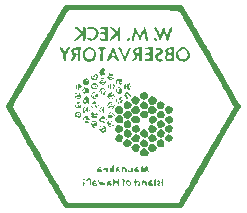
<source format=gbr>
%TF.GenerationSoftware,KiCad,Pcbnew,7.0.7*%
%TF.CreationDate,2024-01-27T11:11:08-08:00*%
%TF.ProjectId,KASM_PCB_REV1,4b41534d-5f50-4434-925f-524556312e6b,rev?*%
%TF.SameCoordinates,Original*%
%TF.FileFunction,Legend,Bot*%
%TF.FilePolarity,Positive*%
%FSLAX46Y46*%
G04 Gerber Fmt 4.6, Leading zero omitted, Abs format (unit mm)*
G04 Created by KiCad (PCBNEW 7.0.7) date 2024-01-27 11:11:08*
%MOMM*%
%LPD*%
G01*
G04 APERTURE LIST*
G04 Aperture macros list*
%AMRoundRect*
0 Rectangle with rounded corners*
0 $1 Rounding radius*
0 $2 $3 $4 $5 $6 $7 $8 $9 X,Y pos of 4 corners*
0 Add a 4 corners polygon primitive as box body*
4,1,4,$2,$3,$4,$5,$6,$7,$8,$9,$2,$3,0*
0 Add four circle primitives for the rounded corners*
1,1,$1+$1,$2,$3*
1,1,$1+$1,$4,$5*
1,1,$1+$1,$6,$7*
1,1,$1+$1,$8,$9*
0 Add four rect primitives between the rounded corners*
20,1,$1+$1,$2,$3,$4,$5,0*
20,1,$1+$1,$4,$5,$6,$7,0*
20,1,$1+$1,$6,$7,$8,$9,0*
20,1,$1+$1,$8,$9,$2,$3,0*%
G04 Aperture macros list end*
%ADD10RoundRect,0.200000X0.200000X0.450000X-0.200000X0.450000X-0.200000X-0.450000X0.200000X-0.450000X0*%
%ADD11O,0.800000X1.300000*%
%ADD12R,1.700000X1.700000*%
%ADD13O,1.700000X1.700000*%
%ADD14C,5.600000*%
%ADD15C,0.600000*%
%ADD16R,2.000000X4.600000*%
%ADD17O,2.000000X4.200000*%
%ADD18O,4.200000X2.000000*%
%ADD19R,2.600000X2.600000*%
%ADD20C,2.600000*%
G04 APERTURE END LIST*
%TO.C,G\u002A\u002A\u002A*%
G36*
X145263673Y-71780199D02*
G01*
X145228999Y-71817716D01*
X145103590Y-71848581D01*
X145071040Y-71850677D01*
X144996607Y-71841772D01*
X145049928Y-71793354D01*
X145083856Y-71773024D01*
X145215413Y-71727621D01*
X145263673Y-71780199D01*
G37*
G36*
X145263673Y-72654017D02*
G01*
X145258510Y-72691895D01*
X145215974Y-72701716D01*
X145207411Y-72691230D01*
X145215974Y-72606317D01*
X145237495Y-72595124D01*
X145263673Y-72654017D01*
G37*
G36*
X143849789Y-74945673D02*
G01*
X143904237Y-75015144D01*
X143902158Y-75032246D01*
X143832687Y-75086693D01*
X143815585Y-75084614D01*
X143761138Y-75015144D01*
X143763217Y-74998041D01*
X143832687Y-74943594D01*
X143849789Y-74945673D01*
G37*
G36*
X144336455Y-67648176D02*
G01*
X144393596Y-67677383D01*
X144424947Y-67762775D01*
X144438153Y-67933314D01*
X144440856Y-68217960D01*
X144440256Y-68380872D01*
X144432834Y-68603330D01*
X144410954Y-68726481D01*
X144367221Y-68779198D01*
X144294238Y-68790355D01*
X144206137Y-68775176D01*
X144168188Y-68698926D01*
X144176802Y-68522045D01*
X144205984Y-68253735D01*
X143926882Y-68522045D01*
X143821336Y-68618025D01*
X143641269Y-68750220D01*
X143519617Y-68793762D01*
X143474941Y-68739710D01*
X143496104Y-68698291D01*
X143593497Y-68575856D01*
X143743251Y-68413210D01*
X144011561Y-68137356D01*
X143744302Y-67891461D01*
X143614516Y-67769982D01*
X143540412Y-67684646D01*
X143556810Y-67651282D01*
X143654865Y-67645566D01*
X143771786Y-67658736D01*
X143834936Y-67699228D01*
X143835235Y-67701831D01*
X143894396Y-67780115D01*
X144024302Y-67889356D01*
X144211419Y-68025822D01*
X144175074Y-67835694D01*
X144164849Y-67770746D01*
X144183638Y-67669992D01*
X144289792Y-67645566D01*
X144336455Y-67648176D01*
G37*
G36*
X145065180Y-67607263D02*
G01*
X145292416Y-67714494D01*
X145447192Y-67900896D01*
X145514477Y-68136974D01*
X145479241Y-68393235D01*
X145326454Y-68640186D01*
X145260600Y-68693568D01*
X145078192Y-68767915D01*
X144872500Y-68794444D01*
X144694844Y-68769648D01*
X144596540Y-68690026D01*
X144579550Y-68608705D01*
X144625779Y-68539800D01*
X144737429Y-68584317D01*
X144765403Y-68605018D01*
X144932742Y-68647218D01*
X145095039Y-68583377D01*
X145223758Y-68442538D01*
X145290362Y-68253743D01*
X145266316Y-68046037D01*
X145179812Y-67886800D01*
X145026962Y-67790903D01*
X144783427Y-67777304D01*
X144618982Y-67770216D01*
X144554419Y-67724632D01*
X144615099Y-67661767D01*
X144798919Y-67605012D01*
X145065180Y-67607263D01*
G37*
G36*
X146301138Y-68217960D02*
G01*
X146301138Y-68790355D01*
X145961279Y-68790355D01*
X145806100Y-68785215D01*
X145663465Y-68753090D01*
X145621420Y-68684820D01*
X145623028Y-68663321D01*
X145678893Y-68609303D01*
X145836068Y-68622214D01*
X145980161Y-68640263D01*
X146039963Y-68589632D01*
X146050716Y-68432608D01*
X146041196Y-68281020D01*
X145985396Y-68225473D01*
X145843629Y-68241490D01*
X145750904Y-68256733D01*
X145668196Y-68240826D01*
X145670233Y-68154079D01*
X145729348Y-68066109D01*
X145877319Y-68058397D01*
X145920508Y-68065473D01*
X146025007Y-68047227D01*
X146050716Y-67931984D01*
X146044543Y-67856510D01*
X145987729Y-67797219D01*
X145836068Y-67803927D01*
X145677832Y-67805687D01*
X145621420Y-67740498D01*
X145628836Y-67713022D01*
X145730835Y-67661913D01*
X145961279Y-67645566D01*
X146301138Y-67645566D01*
X146301138Y-68217960D01*
G37*
G36*
X147264798Y-67646171D02*
G01*
X147321905Y-67672407D01*
X147355131Y-67757827D01*
X147370584Y-67930366D01*
X147374378Y-68217960D01*
X147374245Y-68289418D01*
X147368506Y-68550481D01*
X147349820Y-68702368D01*
X147312078Y-68773014D01*
X147249166Y-68790355D01*
X147198658Y-68782276D01*
X147139879Y-68705977D01*
X147123334Y-68522045D01*
X147122714Y-68253735D01*
X146868406Y-68522045D01*
X146702492Y-68677711D01*
X146560158Y-68774500D01*
X146472613Y-68795534D01*
X146459126Y-68736627D01*
X146538966Y-68593594D01*
X146676652Y-68421069D01*
X146829592Y-68260934D01*
X146979970Y-68125035D01*
X146712103Y-67888279D01*
X146674513Y-67854780D01*
X146546172Y-67728836D01*
X146519266Y-67666533D01*
X146583420Y-67648544D01*
X146606316Y-67650233D01*
X146757709Y-67712688D01*
X146923279Y-67837826D01*
X147123955Y-68030085D01*
X147123955Y-67837826D01*
X147150640Y-67695533D01*
X147249166Y-67645566D01*
X147264798Y-67646171D01*
G37*
G36*
X148168503Y-68605416D02*
G01*
X148165273Y-68712571D01*
X148138577Y-68742684D01*
X148014099Y-68790355D01*
X147929739Y-68741735D01*
X147917865Y-68634264D01*
X147988781Y-68536079D01*
X148088016Y-68529377D01*
X148168503Y-68605416D01*
G37*
G36*
X149449302Y-67588094D02*
G01*
X149484540Y-67692528D01*
X149535588Y-67885840D01*
X149592539Y-68125010D01*
X149645484Y-68367018D01*
X149684517Y-68568845D01*
X149699730Y-68687471D01*
X149687315Y-68735358D01*
X149592406Y-68790355D01*
X149512872Y-68737839D01*
X149480053Y-68557820D01*
X149461656Y-68358524D01*
X149422062Y-68190402D01*
X149406357Y-68157804D01*
X149363148Y-68143368D01*
X149301268Y-68232374D01*
X149206972Y-68440824D01*
X149044843Y-68826129D01*
X148844509Y-68435024D01*
X148644174Y-68043919D01*
X148592843Y-68417137D01*
X148554518Y-68628209D01*
X148499039Y-68754467D01*
X148417804Y-68790355D01*
X148393250Y-68789737D01*
X148343048Y-68771369D01*
X148330215Y-68704875D01*
X148354657Y-68560227D01*
X148416280Y-68307397D01*
X148480722Y-68050670D01*
X148537197Y-67821920D01*
X148570787Y-67681341D01*
X148579828Y-67654076D01*
X148622043Y-67650542D01*
X148695530Y-67761427D01*
X148808098Y-67997120D01*
X149013086Y-68455999D01*
X149214705Y-68004479D01*
X149221718Y-67988832D01*
X149324281Y-67772895D01*
X149404333Y-67626904D01*
X149445068Y-67581703D01*
X149449302Y-67588094D01*
G37*
G36*
X150402600Y-68558699D02*
G01*
X150473151Y-68665144D01*
X150461105Y-68754142D01*
X150343673Y-68790355D01*
X150239085Y-68766562D01*
X150214196Y-68665144D01*
X150242647Y-68599412D01*
X150343673Y-68539932D01*
X150402600Y-68558699D01*
G37*
G36*
X151077433Y-67635161D02*
G01*
X151122229Y-67738158D01*
X151184121Y-67910426D01*
X151245225Y-68113792D01*
X151280745Y-68222553D01*
X151341672Y-68278614D01*
X151410375Y-68193931D01*
X151488462Y-67967538D01*
X151513146Y-67886360D01*
X151600730Y-67703450D01*
X151703365Y-67645566D01*
X151741060Y-67649993D01*
X151772692Y-67687038D01*
X151763780Y-67782719D01*
X151710426Y-67961899D01*
X151608735Y-68249440D01*
X151558282Y-68384185D01*
X151461721Y-68618762D01*
X151385019Y-68774724D01*
X151341396Y-68823678D01*
X151321920Y-68798203D01*
X151265514Y-68666697D01*
X151202265Y-68468383D01*
X151128926Y-68251509D01*
X151059538Y-68121996D01*
X151007306Y-68098272D01*
X150984618Y-68195851D01*
X150960046Y-68316693D01*
X150895290Y-68479479D01*
X150812917Y-68633257D01*
X150735523Y-68736358D01*
X150685703Y-68747112D01*
X150675537Y-68726356D01*
X150624005Y-68591180D01*
X150559860Y-68396834D01*
X150549903Y-68365802D01*
X150450397Y-68108443D01*
X150338229Y-67878101D01*
X150307687Y-67824372D01*
X150245735Y-67700564D01*
X150256508Y-67653198D01*
X150340336Y-67645566D01*
X150412369Y-67666911D01*
X150504344Y-67781650D01*
X150598250Y-68015820D01*
X150721229Y-68386074D01*
X150882283Y-67962158D01*
X150917759Y-67869015D01*
X150992526Y-67684412D01*
X151039975Y-67611853D01*
X151077433Y-67635161D01*
G37*
G36*
X142997977Y-69362767D02*
G01*
X143084225Y-69372384D01*
X143104818Y-69418568D01*
X143055390Y-69528955D01*
X142931575Y-69731182D01*
X142919310Y-69750862D01*
X142793536Y-70021050D01*
X142774109Y-70266380D01*
X142782526Y-70372189D01*
X142759508Y-70479913D01*
X142673532Y-70507538D01*
X142624830Y-70501042D01*
X142561959Y-70429646D01*
X142544800Y-70251969D01*
X142540617Y-70188123D01*
X142477674Y-69937500D01*
X142359128Y-69679574D01*
X142264822Y-69515294D01*
X142218742Y-69409727D01*
X142239428Y-69369289D01*
X142323353Y-69362749D01*
X142413255Y-69381587D01*
X142473251Y-69456398D01*
X142495468Y-69543460D01*
X142577806Y-69688933D01*
X142589528Y-69704415D01*
X142658240Y-69775797D01*
X142707983Y-69744812D01*
X142772365Y-69595284D01*
X142869981Y-69428678D01*
X142989782Y-69362749D01*
X142997977Y-69362767D01*
G37*
G36*
X143988225Y-69934976D02*
G01*
X143988039Y-69939527D01*
X143971524Y-70228401D01*
X143946684Y-70401444D01*
X143906793Y-70485571D01*
X143845126Y-70507699D01*
X143787832Y-70493169D01*
X143752083Y-70424535D01*
X143741058Y-70272228D01*
X143749122Y-70006854D01*
X143753316Y-69900074D01*
X143748058Y-69652187D01*
X143707491Y-69525107D01*
X143622107Y-69503310D01*
X143482402Y-69571272D01*
X143465420Y-69583898D01*
X143419515Y-69694762D01*
X143465149Y-69810255D01*
X143580019Y-69863594D01*
X143631244Y-69869868D01*
X143689321Y-69917256D01*
X143687416Y-69934605D01*
X143629244Y-70070222D01*
X143518315Y-70243521D01*
X143393225Y-70399462D01*
X143292572Y-70483005D01*
X143280008Y-70487681D01*
X143167570Y-70501236D01*
X143163128Y-70425291D01*
X143267226Y-70264553D01*
X143360817Y-70132177D01*
X143373577Y-70041235D01*
X143304003Y-69943911D01*
X143229500Y-69843463D01*
X143181972Y-69657592D01*
X143259064Y-69504662D01*
X143448635Y-69400911D01*
X143738547Y-69362581D01*
X144011561Y-69362413D01*
X143988225Y-69934976D01*
G37*
G36*
X146007752Y-69369923D02*
G01*
X146151071Y-69401426D01*
X146193814Y-69463375D01*
X146168769Y-69522125D01*
X146044453Y-69524941D01*
X146006660Y-69516094D01*
X145945467Y-69520794D01*
X145915490Y-69583681D01*
X145909243Y-69732968D01*
X145919242Y-69996871D01*
X145922949Y-70078468D01*
X145928378Y-70311964D01*
X145914466Y-70441078D01*
X145874132Y-70496235D01*
X145800293Y-70507860D01*
X145777468Y-70507328D01*
X145713025Y-70487307D01*
X145680245Y-70415840D01*
X145672046Y-70262503D01*
X145681344Y-69996871D01*
X145687156Y-69867485D01*
X145691084Y-69656347D01*
X145675546Y-69547686D01*
X145633058Y-69513289D01*
X145556133Y-69524941D01*
X145459208Y-69533415D01*
X145406772Y-69463375D01*
X145434827Y-69410326D01*
X145558026Y-69373679D01*
X145800293Y-69362749D01*
X146007752Y-69369923D01*
G37*
G36*
X147106941Y-70067580D02*
G01*
X147205985Y-70293738D01*
X147248741Y-70427483D01*
X147241188Y-70491266D01*
X147189305Y-70507538D01*
X147106764Y-70480666D01*
X147016631Y-70364439D01*
X146936294Y-70257687D01*
X146754689Y-70221341D01*
X146579764Y-70253834D01*
X146500743Y-70364439D01*
X146454512Y-70447366D01*
X146331560Y-70507538D01*
X146310106Y-70506882D01*
X146260423Y-70486233D01*
X146258728Y-70416730D01*
X146309817Y-70271727D01*
X146418486Y-70024580D01*
X146426730Y-70006360D01*
X146434588Y-69988806D01*
X146624206Y-69988806D01*
X146650599Y-70040961D01*
X146766209Y-70078242D01*
X146879068Y-70064493D01*
X146898613Y-69999559D01*
X146830067Y-69849224D01*
X146814083Y-69820410D01*
X146748533Y-69749043D01*
X146688064Y-69800266D01*
X146661333Y-69850811D01*
X146624206Y-69988806D01*
X146434588Y-69988806D01*
X146540436Y-69752368D01*
X146633577Y-69539744D01*
X146686690Y-69412876D01*
X146721934Y-69381958D01*
X146785510Y-69440904D01*
X146884072Y-69608042D01*
X147026385Y-69895834D01*
X147075036Y-69999559D01*
X147106941Y-70067580D01*
G37*
G36*
X149198885Y-69935144D02*
G01*
X149198753Y-70006372D01*
X149193016Y-70267543D01*
X149174331Y-70419525D01*
X149136587Y-70490263D01*
X149073673Y-70507699D01*
X149009437Y-70491769D01*
X148974275Y-70422897D01*
X148963886Y-70271213D01*
X148972221Y-70006854D01*
X148976415Y-69900074D01*
X148971157Y-69652187D01*
X148930589Y-69525107D01*
X148845206Y-69503310D01*
X148705501Y-69571272D01*
X148688519Y-69583898D01*
X148642614Y-69694762D01*
X148688248Y-69810255D01*
X148803118Y-69863594D01*
X148874223Y-69870889D01*
X148903869Y-69915417D01*
X148865797Y-70025564D01*
X148756414Y-70229486D01*
X148732612Y-70269961D01*
X148593540Y-70443497D01*
X148465344Y-70507538D01*
X148445202Y-70507408D01*
X148376853Y-70493908D01*
X148388510Y-70433962D01*
X148482981Y-70293467D01*
X148486439Y-70288605D01*
X148579908Y-70139537D01*
X148590038Y-70037430D01*
X148523628Y-69919800D01*
X148450127Y-69793452D01*
X148411842Y-69673912D01*
X148412605Y-69656791D01*
X148490301Y-69508004D01*
X148670544Y-69402705D01*
X148917798Y-69362749D01*
X149198885Y-69362749D01*
X149198885Y-69935144D01*
G37*
G36*
X150093251Y-69934927D02*
G01*
X150093251Y-70507228D01*
X149753392Y-70507383D01*
X149654700Y-70505344D01*
X149471959Y-70476930D01*
X149413532Y-70412606D01*
X149462064Y-70349746D01*
X149628180Y-70349177D01*
X149746454Y-70360197D01*
X149826099Y-70322567D01*
X149842828Y-70193687D01*
X149841420Y-70146518D01*
X149798097Y-70034562D01*
X149663955Y-70006693D01*
X149546991Y-69984620D01*
X149485082Y-69909291D01*
X149518923Y-69849139D01*
X149663955Y-69846083D01*
X149744288Y-69857138D01*
X149825015Y-69822797D01*
X149842828Y-69684118D01*
X149834784Y-69568611D01*
X149778055Y-69513938D01*
X149628180Y-69530890D01*
X149583801Y-69538975D01*
X149451209Y-69538027D01*
X149413532Y-69468284D01*
X149430070Y-69420120D01*
X149533523Y-69375791D01*
X149753392Y-69362688D01*
X150093251Y-69362627D01*
X150093251Y-69934927D01*
G37*
G36*
X151881983Y-69934927D02*
G01*
X151881983Y-70137867D01*
X151881983Y-70507228D01*
X151592209Y-70507383D01*
X151536489Y-70505895D01*
X151339204Y-70476625D01*
X151216575Y-70421679D01*
X151195747Y-70396781D01*
X151139648Y-70246140D01*
X151140849Y-70111758D01*
X151324377Y-70111758D01*
X151326091Y-70275003D01*
X151396730Y-70341034D01*
X151534942Y-70363251D01*
X151655410Y-70316740D01*
X151679751Y-70273912D01*
X151703110Y-70137867D01*
X151670829Y-70046017D01*
X151531892Y-70006693D01*
X151439293Y-70018956D01*
X151324377Y-70111758D01*
X151140849Y-70111758D01*
X151141132Y-70080091D01*
X151202458Y-69970799D01*
X151233016Y-69930775D01*
X151212127Y-69805590D01*
X151170134Y-69678285D01*
X151175292Y-69656601D01*
X151388673Y-69656601D01*
X151427376Y-69768878D01*
X151441569Y-69785130D01*
X151567598Y-69858901D01*
X151664414Y-69804924D01*
X151703110Y-69637022D01*
X151670672Y-69539681D01*
X151566809Y-69511437D01*
X151432925Y-69590005D01*
X151388673Y-69656601D01*
X151175292Y-69656601D01*
X151209403Y-69513209D01*
X151367333Y-69404034D01*
X151631561Y-69363784D01*
X151881983Y-69362627D01*
X151881983Y-69637022D01*
X151881983Y-69934927D01*
G37*
G36*
X145315964Y-70135039D02*
G01*
X145211424Y-70362323D01*
X145026461Y-70507039D01*
X144732994Y-70564495D01*
X144472264Y-70502140D01*
X144274699Y-70337964D01*
X144164686Y-70092419D01*
X144164890Y-70059938D01*
X144347622Y-70059938D01*
X144464378Y-70246026D01*
X144471442Y-70252248D01*
X144659447Y-70344950D01*
X144869366Y-70354993D01*
X145034716Y-70278580D01*
X145086231Y-70191702D01*
X145117774Y-69992480D01*
X145090812Y-69778200D01*
X145008140Y-69618282D01*
X145005098Y-69615271D01*
X144815527Y-69514719D01*
X144614474Y-69538826D01*
X144449085Y-69682204D01*
X144368636Y-69836901D01*
X144347622Y-70059938D01*
X144164890Y-70059938D01*
X144166610Y-69785954D01*
X144261413Y-69570371D01*
X144465779Y-69416350D01*
X144760861Y-69363845D01*
X144990212Y-69383890D01*
X145139016Y-69461948D01*
X145252962Y-69626355D01*
X145329142Y-69867717D01*
X145322992Y-69992480D01*
X145315964Y-70135039D01*
G37*
G36*
X148226233Y-69376668D02*
G01*
X148242579Y-69443065D01*
X148207340Y-69581004D01*
X148115416Y-69808808D01*
X147961707Y-70144795D01*
X147745362Y-70604869D01*
X147470433Y-70009470D01*
X147407203Y-69871845D01*
X147298541Y-69631540D01*
X147223501Y-69460288D01*
X147195504Y-69388410D01*
X147222129Y-69373547D01*
X147338603Y-69362749D01*
X147423468Y-69382473D01*
X147483578Y-69487960D01*
X147487239Y-69523180D01*
X147532751Y-69691629D01*
X147613170Y-69897565D01*
X147740885Y-70181958D01*
X147910656Y-69772354D01*
X148000281Y-69583262D01*
X148102143Y-69423965D01*
X148179407Y-69362749D01*
X148226233Y-69376668D01*
G37*
G36*
X150768718Y-69414461D02*
G01*
X150924484Y-69519089D01*
X150987617Y-69657309D01*
X150944478Y-69748328D01*
X150827939Y-69884629D01*
X150684055Y-70014103D01*
X150559271Y-70089851D01*
X150509413Y-70126958D01*
X150510498Y-70251519D01*
X150514750Y-70261955D01*
X150601106Y-70346564D01*
X150773793Y-70349056D01*
X150880851Y-70347032D01*
X150980856Y-70392424D01*
X150980644Y-70465442D01*
X150862406Y-70529766D01*
X150708622Y-70562593D01*
X150574071Y-70550314D01*
X150431143Y-70467706D01*
X150342855Y-70388727D01*
X150272089Y-70214670D01*
X150334156Y-70032160D01*
X150525878Y-69861536D01*
X150671916Y-69753451D01*
X150742212Y-69641622D01*
X150682289Y-69570737D01*
X150493386Y-69552569D01*
X150334621Y-69535842D01*
X150291679Y-69481781D01*
X150361520Y-69419113D01*
X150536969Y-69376773D01*
X150570767Y-69374829D01*
X150768718Y-69414461D01*
G37*
G36*
X153225212Y-70147210D02*
G01*
X153115884Y-70362353D01*
X152930130Y-70498329D01*
X152864068Y-70522336D01*
X152717461Y-70564986D01*
X152603945Y-70558778D01*
X152446979Y-70504725D01*
X152398363Y-70484096D01*
X152180758Y-70314041D01*
X152071076Y-70079394D01*
X152075441Y-69905310D01*
X152285296Y-69905310D01*
X152288665Y-70119736D01*
X152361363Y-70278580D01*
X152476687Y-70343496D01*
X152673240Y-70365723D01*
X152865279Y-70324776D01*
X152988480Y-70226045D01*
X153002148Y-70198939D01*
X153056571Y-69970839D01*
X153016742Y-69764841D01*
X152906611Y-69604687D01*
X152750129Y-69514116D01*
X152571248Y-69516871D01*
X152393918Y-69636693D01*
X152347826Y-69702938D01*
X152285296Y-69905310D01*
X152075441Y-69905310D01*
X152077734Y-69813891D01*
X152209148Y-69551271D01*
X152298142Y-69466971D01*
X152530680Y-69370855D01*
X152796011Y-69370190D01*
X153040961Y-69470162D01*
X153046415Y-69474046D01*
X153195298Y-69658330D01*
X153253290Y-69897627D01*
X153245054Y-69970839D01*
X153225212Y-70147210D01*
G37*
G36*
X146193814Y-71437679D02*
G01*
X146188651Y-71475557D01*
X146146115Y-71485378D01*
X146137552Y-71474892D01*
X146146115Y-71389979D01*
X146167635Y-71378786D01*
X146193814Y-71437679D01*
G37*
G36*
X146045077Y-71303376D02*
G01*
X145961279Y-71395942D01*
X145908661Y-71432427D01*
X145961279Y-71479416D01*
X145971033Y-71484563D01*
X146037372Y-71571041D01*
X146045359Y-71674049D01*
X145987511Y-71723876D01*
X145943518Y-71696768D01*
X145886886Y-71580777D01*
X145850336Y-71497411D01*
X145771217Y-71437679D01*
X145722385Y-71451524D01*
X145697498Y-71528908D01*
X145764518Y-71616552D01*
X145783531Y-71631131D01*
X145836068Y-71739188D01*
X145795322Y-71756979D01*
X145692969Y-71688101D01*
X145598740Y-71580138D01*
X145549871Y-71467475D01*
X145607074Y-71327575D01*
X145674306Y-71268401D01*
X145777175Y-71268401D01*
X145836068Y-71294580D01*
X145873946Y-71289417D01*
X145883767Y-71246881D01*
X145873280Y-71238318D01*
X145788368Y-71246881D01*
X145777175Y-71268401D01*
X145674306Y-71268401D01*
X145747491Y-71203988D01*
X145912728Y-71151482D01*
X146024423Y-71200149D01*
X146033773Y-71246881D01*
X146045077Y-71303376D01*
G37*
G36*
X145989212Y-71972655D02*
G01*
X146050716Y-72019017D01*
X146025319Y-72063700D01*
X145917561Y-72074422D01*
X145774767Y-72017921D01*
X145764305Y-72010973D01*
X145747055Y-71969291D01*
X145864204Y-71956411D01*
X145989212Y-71972655D01*
G37*
G36*
X145408218Y-72007371D02*
G01*
X145381272Y-72049298D01*
X145272036Y-72136656D01*
X145166595Y-72144670D01*
X145114926Y-72063735D01*
X145105216Y-72015964D01*
X145071516Y-72068754D01*
X145069608Y-72073358D01*
X145017753Y-72108479D01*
X144931833Y-72017697D01*
X144889247Y-71932080D01*
X144892149Y-71858367D01*
X144945807Y-71858367D01*
X144988203Y-71950467D01*
X145090721Y-71962126D01*
X145140574Y-71953296D01*
X145192124Y-72002418D01*
X145195861Y-72026412D01*
X145271328Y-72081622D01*
X145306201Y-72066188D01*
X145309349Y-71974299D01*
X145297784Y-71919511D01*
X145335223Y-71866975D01*
X145363646Y-71851835D01*
X145361097Y-71759651D01*
X145286527Y-71678399D01*
X145141298Y-71658949D01*
X144997377Y-71732595D01*
X144987081Y-71743732D01*
X144945807Y-71858367D01*
X144892149Y-71858367D01*
X144895924Y-71762496D01*
X145008996Y-71632603D01*
X145204513Y-71580777D01*
X145241173Y-71582651D01*
X145398206Y-71655244D01*
X145459357Y-71808271D01*
X145448168Y-71851835D01*
X145408218Y-72007371D01*
G37*
G36*
X146861076Y-71858460D02*
G01*
X146794942Y-71998413D01*
X146741410Y-72059840D01*
X146738093Y-72063646D01*
X146586731Y-72144236D01*
X146444452Y-72126791D01*
X146400127Y-72067194D01*
X146437836Y-72067194D01*
X146551561Y-72081622D01*
X146585998Y-72081100D01*
X146672639Y-72059840D01*
X146637420Y-71995763D01*
X146563065Y-71946745D01*
X146465701Y-71995763D01*
X146449266Y-72013243D01*
X146437836Y-72067194D01*
X146400127Y-72067194D01*
X146357644Y-72010073D01*
X146322893Y-71926586D01*
X146251908Y-71866975D01*
X146236851Y-71844412D01*
X146351283Y-71844412D01*
X146424075Y-71866975D01*
X146475961Y-71870030D01*
X146645796Y-71907627D01*
X146702853Y-71915531D01*
X146806217Y-71853965D01*
X146826324Y-71812129D01*
X146804047Y-71810795D01*
X146740051Y-71826187D01*
X146606021Y-71786280D01*
X146502269Y-71748145D01*
X146386471Y-71788797D01*
X146351283Y-71844412D01*
X146236851Y-71844412D01*
X146234403Y-71840744D01*
X146296027Y-71754540D01*
X146362801Y-71674694D01*
X146408462Y-71575667D01*
X146411334Y-71557578D01*
X146484234Y-71509228D01*
X146510113Y-71514846D01*
X146515786Y-71580777D01*
X146507804Y-71616068D01*
X146577150Y-71652327D01*
X146624279Y-71644349D01*
X146723811Y-71562890D01*
X146740265Y-71548064D01*
X146722108Y-71643399D01*
X146708826Y-71751923D01*
X146753599Y-71767444D01*
X146779614Y-71753828D01*
X146853696Y-71764248D01*
X146857447Y-71812129D01*
X146861076Y-71858460D01*
G37*
G36*
X144676949Y-72406472D02*
G01*
X144665219Y-72431400D01*
X144662823Y-72434710D01*
X144595622Y-72527544D01*
X144535771Y-72495061D01*
X144477003Y-72443805D01*
X144405082Y-72510918D01*
X144395094Y-72525666D01*
X144330490Y-72582255D01*
X144263079Y-72510918D01*
X144261666Y-72508752D01*
X144218234Y-72383111D01*
X144279005Y-72383111D01*
X144320222Y-72412011D01*
X144394185Y-72316631D01*
X144406559Y-72300929D01*
X144494173Y-72300929D01*
X144512406Y-72367820D01*
X144527105Y-72389000D01*
X144592400Y-72439369D01*
X144602187Y-72434710D01*
X144583955Y-72367820D01*
X144569255Y-72346640D01*
X144503960Y-72296270D01*
X144494173Y-72300929D01*
X144406559Y-72300929D01*
X144469380Y-72221211D01*
X144596784Y-72203770D01*
X144666476Y-72219164D01*
X144663019Y-72165331D01*
X144612163Y-72111587D01*
X144475869Y-72091406D01*
X144335529Y-72186541D01*
X144294140Y-72255968D01*
X144279005Y-72383111D01*
X144218234Y-72383111D01*
X144194690Y-72315003D01*
X144225445Y-72137276D01*
X144335161Y-72015889D01*
X144505065Y-71991158D01*
X144655907Y-72052529D01*
X144728163Y-72193661D01*
X144722026Y-72219164D01*
X144676949Y-72406472D01*
G37*
G36*
X146078184Y-72429681D02*
G01*
X145929649Y-72522940D01*
X145758073Y-72503413D01*
X145666996Y-72413190D01*
X145848724Y-72413190D01*
X145907617Y-72439369D01*
X145945495Y-72434205D01*
X145955317Y-72391669D01*
X145944830Y-72383106D01*
X145859917Y-72391669D01*
X145848724Y-72413190D01*
X145666996Y-72413190D01*
X145621671Y-72368290D01*
X145587265Y-72276026D01*
X145628810Y-72183239D01*
X145794331Y-72160304D01*
X145861676Y-72165230D01*
X145878810Y-72183029D01*
X145764518Y-72224721D01*
X145747937Y-72230076D01*
X145662097Y-72264467D01*
X145694742Y-72281333D01*
X145858178Y-72289138D01*
X145906134Y-72289546D01*
X146055643Y-72271187D01*
X146086490Y-72224721D01*
X146075310Y-72197006D01*
X146118042Y-72153172D01*
X146179004Y-72177085D01*
X146177178Y-72276705D01*
X146102782Y-72391669D01*
X146078184Y-72429681D01*
G37*
G36*
X147543293Y-72178274D02*
G01*
X147526890Y-72261238D01*
X147405930Y-72296270D01*
X147324450Y-72310779D01*
X147300897Y-72364695D01*
X147341669Y-72394902D01*
X147466106Y-72394629D01*
X147508927Y-72382421D01*
X147535917Y-72391806D01*
X147450139Y-72469303D01*
X147339219Y-72538675D01*
X147199716Y-72577439D01*
X147197981Y-72577357D01*
X147147246Y-72559103D01*
X147231279Y-72510918D01*
X147300825Y-72469718D01*
X147277184Y-72444398D01*
X147216215Y-72404184D01*
X147224886Y-72260496D01*
X147237404Y-72140443D01*
X147220531Y-72115959D01*
X147353890Y-72115959D01*
X147362453Y-72200871D01*
X147383973Y-72212065D01*
X147410152Y-72153172D01*
X147404989Y-72115294D01*
X147362453Y-72105472D01*
X147353890Y-72115959D01*
X147220531Y-72115959D01*
X147196867Y-72081622D01*
X147159167Y-72100975D01*
X147114767Y-72215737D01*
X147115482Y-72385707D01*
X147115335Y-72399053D01*
X147052406Y-72439369D01*
X146992418Y-72388611D01*
X146990334Y-72254249D01*
X147051469Y-72083372D01*
X147125800Y-72001230D01*
X147284004Y-71992363D01*
X147315695Y-72001340D01*
X147468454Y-72080575D01*
X147524064Y-72153172D01*
X147543293Y-72178274D01*
G37*
G36*
X143546490Y-72654017D02*
G01*
X143541327Y-72691895D01*
X143498791Y-72701716D01*
X143490228Y-72691230D01*
X143498791Y-72606317D01*
X143520311Y-72595124D01*
X143546490Y-72654017D01*
G37*
G36*
X147910997Y-72654017D02*
G01*
X147905834Y-72691895D01*
X147863298Y-72701716D01*
X147854735Y-72691230D01*
X147863298Y-72606317D01*
X147884819Y-72595124D01*
X147910997Y-72654017D01*
G37*
G36*
X148268744Y-72654017D02*
G01*
X148263580Y-72691895D01*
X148221044Y-72701716D01*
X148212481Y-72691230D01*
X148221044Y-72606317D01*
X148242565Y-72595124D01*
X148268744Y-72654017D01*
G37*
G36*
X146397271Y-72500676D02*
G01*
X146404111Y-72654017D01*
X146400370Y-72782770D01*
X146379258Y-72838285D01*
X146331182Y-72779228D01*
X146299522Y-72701779D01*
X146331182Y-72528806D01*
X146370548Y-72474061D01*
X146397271Y-72500676D01*
G37*
G36*
X146583917Y-72528806D02*
G01*
X146603794Y-72608094D01*
X146583917Y-72779228D01*
X146564927Y-72821884D01*
X146528476Y-72866952D01*
X146499467Y-72779228D01*
X146489371Y-72711370D01*
X146499467Y-72528806D01*
X146510092Y-72486150D01*
X146537706Y-72441082D01*
X146583917Y-72528806D01*
G37*
G36*
X143672308Y-72515610D02*
G01*
X143676625Y-72521832D01*
X143729553Y-72653664D01*
X143674611Y-72794511D01*
X143615564Y-72888191D01*
X143581315Y-72940214D01*
X143580841Y-72934236D01*
X143579537Y-72837933D01*
X143579013Y-72661313D01*
X143579073Y-72630060D01*
X143585906Y-72477489D01*
X143612837Y-72445814D01*
X143672308Y-72515610D01*
G37*
G36*
X144047989Y-72760553D02*
G01*
X143987212Y-72813630D01*
X143896130Y-72827880D01*
X143874875Y-72819144D01*
X143832687Y-72864442D01*
X143832006Y-72884257D01*
X143813174Y-72940214D01*
X143808600Y-72932087D01*
X143797926Y-72830253D01*
X143793661Y-72649138D01*
X143794321Y-72596967D01*
X143918950Y-72596967D01*
X143928400Y-72743453D01*
X143953245Y-72755590D01*
X143964489Y-72654017D01*
X143954515Y-72555592D01*
X143928400Y-72564580D01*
X143918950Y-72596967D01*
X143794321Y-72596967D01*
X143794623Y-72573120D01*
X143803714Y-72448529D01*
X143819285Y-72434936D01*
X143831220Y-72458663D01*
X143902241Y-72476377D01*
X143949903Y-72475022D01*
X144047989Y-72547481D01*
X144100256Y-72645866D01*
X144096541Y-72654017D01*
X144047989Y-72760553D01*
G37*
G36*
X145444362Y-72608696D02*
G01*
X145407289Y-72796148D01*
X145355203Y-72859680D01*
X145198302Y-72921268D01*
X145024770Y-72894422D01*
X144897305Y-72781005D01*
X144892448Y-72771533D01*
X144878521Y-72654017D01*
X144977476Y-72654017D01*
X144992050Y-72739345D01*
X145044082Y-72764396D01*
X145069880Y-72754674D01*
X145155628Y-72795948D01*
X145180621Y-72829145D01*
X145278465Y-72860917D01*
X145361097Y-72761341D01*
X145365804Y-72748218D01*
X145377233Y-72599523D01*
X145326879Y-72487390D01*
X145243444Y-72446638D01*
X145155628Y-72512085D01*
X145135974Y-72534665D01*
X145044082Y-72543637D01*
X145002620Y-72551172D01*
X144977476Y-72654017D01*
X144878521Y-72654017D01*
X144871710Y-72596541D01*
X144965777Y-72453770D01*
X145148245Y-72384897D01*
X145206545Y-72385160D01*
X145368523Y-72457533D01*
X145439760Y-72599523D01*
X145444362Y-72608696D01*
G37*
G36*
X146759458Y-72405363D02*
G01*
X146834478Y-72504790D01*
X146876842Y-72625974D01*
X146834478Y-72803243D01*
X146773273Y-72890120D01*
X146714441Y-72912296D01*
X146707876Y-72869405D01*
X146764774Y-72763070D01*
X146819353Y-72659159D01*
X146764774Y-72544964D01*
X146720180Y-72475107D01*
X146714441Y-72395737D01*
X146759458Y-72405363D01*
G37*
G36*
X147801986Y-72486330D02*
G01*
X147806926Y-72654017D01*
X147806874Y-72683817D01*
X147800225Y-72834126D01*
X147773002Y-72863084D01*
X147711806Y-72789819D01*
X147702323Y-72776033D01*
X147652564Y-72649056D01*
X147711806Y-72518214D01*
X147722268Y-72503425D01*
X147778233Y-72442509D01*
X147801986Y-72486330D01*
G37*
G36*
X148175417Y-72397574D02*
G01*
X148191541Y-72427758D01*
X148143532Y-72490901D01*
X148103201Y-72520425D01*
X148059268Y-72627968D01*
X148065401Y-72743285D01*
X148125645Y-72797115D01*
X148142747Y-72799195D01*
X148197194Y-72868665D01*
X148195115Y-72885767D01*
X148125645Y-72940214D01*
X148099295Y-72933933D01*
X148053000Y-72850777D01*
X148044129Y-72800487D01*
X147997712Y-72846576D01*
X147983262Y-72858884D01*
X147954822Y-72801998D01*
X147943520Y-72644937D01*
X147944538Y-72571692D01*
X147954515Y-72450941D01*
X147971694Y-72442587D01*
X147999706Y-72485337D01*
X148058867Y-72431650D01*
X148096205Y-72392149D01*
X148175417Y-72397574D01*
G37*
G36*
X144261983Y-72913979D02*
G01*
X144261457Y-72925465D01*
X144214284Y-73035613D01*
X144204372Y-73044131D01*
X144129617Y-73046345D01*
X144122650Y-73015785D01*
X144177317Y-72924712D01*
X144225682Y-72887376D01*
X144261983Y-72913979D01*
G37*
G36*
X146037201Y-72893289D02*
G01*
X145966088Y-72971797D01*
X145829694Y-72973966D01*
X145740507Y-72964232D01*
X145648003Y-73045690D01*
X145619242Y-73102240D01*
X145571009Y-73128301D01*
X145566775Y-73078780D01*
X145613357Y-72955279D01*
X145642213Y-72914035D01*
X145848724Y-72914035D01*
X145907617Y-72940214D01*
X145945495Y-72935050D01*
X145955317Y-72892514D01*
X145944830Y-72883951D01*
X145859917Y-72892514D01*
X145848724Y-72914035D01*
X145642213Y-72914035D01*
X145651787Y-72900350D01*
X145782084Y-72801562D01*
X145923146Y-72762437D01*
X146019092Y-72803832D01*
X146037044Y-72892514D01*
X146037201Y-72893289D01*
G37*
G36*
X143724642Y-73225244D02*
G01*
X143731729Y-73262758D01*
X143658037Y-73297960D01*
X143621912Y-73296561D01*
X143549653Y-73262763D01*
X143613096Y-73193692D01*
X143638894Y-73183969D01*
X143724642Y-73225244D01*
G37*
G36*
X144689164Y-72921569D02*
G01*
X144727734Y-73060562D01*
X144717478Y-73189789D01*
X144685195Y-73239979D01*
X144562625Y-73297960D01*
X144531863Y-73296861D01*
X144501525Y-73270741D01*
X144588167Y-73192912D01*
X144643976Y-73149132D01*
X144681107Y-73098075D01*
X144605398Y-73085588D01*
X144526714Y-73105139D01*
X144413093Y-73208524D01*
X144412258Y-73210000D01*
X144338161Y-73290960D01*
X144252129Y-73244299D01*
X144249439Y-73241622D01*
X144205666Y-73172129D01*
X144291103Y-73154862D01*
X144368057Y-73137056D01*
X144376962Y-73047538D01*
X144358190Y-73001148D01*
X144351107Y-72983644D01*
X144405082Y-72983644D01*
X144424912Y-73010299D01*
X144506922Y-73000345D01*
X144583449Y-72941034D01*
X144589980Y-72907913D01*
X144516122Y-72912914D01*
X144461205Y-72937692D01*
X144405082Y-72983644D01*
X144351107Y-72983644D01*
X144290103Y-72832890D01*
X144278268Y-72777443D01*
X144319915Y-72725566D01*
X144349887Y-72732064D01*
X144429447Y-72815003D01*
X144466823Y-72867347D01*
X144530323Y-72812972D01*
X144553859Y-72792101D01*
X144623845Y-72817264D01*
X144680612Y-72907913D01*
X144689164Y-72921569D01*
G37*
G36*
X145797433Y-73095421D02*
G01*
X145836068Y-73190637D01*
X145827995Y-73240009D01*
X145764518Y-73297960D01*
X145731604Y-73285852D01*
X145692969Y-73190637D01*
X145701041Y-73141264D01*
X145764518Y-73083313D01*
X145797433Y-73095421D01*
G37*
G36*
X146191434Y-73029651D02*
G01*
X146181770Y-73095942D01*
X146122265Y-73154862D01*
X146089350Y-73166970D01*
X146050716Y-73262186D01*
X146042643Y-73311558D01*
X145979166Y-73369510D01*
X145919695Y-73346911D01*
X145930661Y-73245714D01*
X146048335Y-73073352D01*
X146117744Y-72994482D01*
X146175943Y-72959675D01*
X146191434Y-73029651D01*
G37*
G36*
X147537842Y-73077559D02*
G01*
X147524273Y-73107162D01*
X147467581Y-73230841D01*
X147320598Y-73314606D01*
X147207032Y-73309263D01*
X147070293Y-73234342D01*
X147041935Y-73194475D01*
X146988955Y-73051462D01*
X146991516Y-72923862D01*
X147052406Y-72868665D01*
X147069933Y-72870355D01*
X147115482Y-72922327D01*
X147108595Y-73018103D01*
X147134232Y-73165025D01*
X147196867Y-73226411D01*
X147234959Y-73183202D01*
X147230911Y-73128683D01*
X147351259Y-73128683D01*
X147410152Y-73154862D01*
X147448030Y-73149698D01*
X147457852Y-73107162D01*
X147447365Y-73098599D01*
X147362453Y-73107162D01*
X147351259Y-73128683D01*
X147230911Y-73128683D01*
X147224886Y-73047538D01*
X147218406Y-72980211D01*
X147267054Y-72980211D01*
X147280476Y-72995171D01*
X147378600Y-73011763D01*
X147429661Y-73001269D01*
X147445206Y-72939047D01*
X147413823Y-72911938D01*
X147319483Y-72913426D01*
X147267054Y-72980211D01*
X147218406Y-72980211D01*
X147212361Y-72917404D01*
X147277184Y-72863636D01*
X147305780Y-72845497D01*
X147231279Y-72797115D01*
X147229049Y-72796155D01*
X147147024Y-72748463D01*
X147199716Y-72730595D01*
X147289470Y-72745790D01*
X147442802Y-72821758D01*
X147517111Y-72912307D01*
X147520466Y-72939047D01*
X147537842Y-73077559D01*
G37*
G36*
X145120575Y-73472611D02*
G01*
X145119175Y-73508735D01*
X145085377Y-73580995D01*
X145016306Y-73517552D01*
X145006584Y-73491754D01*
X145047858Y-73406006D01*
X145085372Y-73398919D01*
X145120575Y-73472611D01*
G37*
G36*
X145438556Y-73519065D02*
G01*
X145433071Y-73527382D01*
X145329975Y-73581299D01*
X145227559Y-73512060D01*
X145225032Y-73486430D01*
X145276329Y-73486430D01*
X145335223Y-73512608D01*
X145373101Y-73507445D01*
X145382922Y-73464909D01*
X145372435Y-73456346D01*
X145287523Y-73464909D01*
X145276329Y-73486430D01*
X145225032Y-73486430D01*
X145221440Y-73449991D01*
X145287937Y-73335025D01*
X145314621Y-73309075D01*
X145388622Y-73268154D01*
X145435829Y-73342031D01*
X145451235Y-73402105D01*
X145444427Y-73464909D01*
X145438556Y-73519065D01*
G37*
G36*
X143896962Y-73184515D02*
G01*
X143977232Y-73300663D01*
X144014287Y-73412039D01*
X144010703Y-73586860D01*
X143918504Y-73698620D01*
X143765683Y-73734748D01*
X143613649Y-73690965D01*
X143521898Y-73569395D01*
X143512160Y-73528686D01*
X143500894Y-73407536D01*
X143529153Y-73394591D01*
X143580554Y-73507216D01*
X143596697Y-73545620D01*
X143704524Y-73640272D01*
X143837130Y-73639543D01*
X143934041Y-73538142D01*
X143952083Y-73472736D01*
X143943380Y-73384803D01*
X143916637Y-73384371D01*
X143862491Y-73466593D01*
X143802050Y-73559355D01*
X143725527Y-73573310D01*
X143689589Y-73476834D01*
X143701768Y-73426832D01*
X143794667Y-73369510D01*
X143847568Y-73354491D01*
X143858562Y-73262186D01*
X143849667Y-73237133D01*
X143845108Y-73160312D01*
X143896962Y-73184515D01*
G37*
G36*
X145208425Y-73168087D02*
G01*
X145227177Y-73227578D01*
X145207828Y-73250225D01*
X145119221Y-73261349D01*
X145064790Y-73266687D01*
X144982569Y-73359993D01*
X144951525Y-73468719D01*
X145021393Y-73590446D01*
X145227899Y-73675482D01*
X145273180Y-73687792D01*
X145293055Y-73708151D01*
X145176754Y-73718956D01*
X145104519Y-73715420D01*
X144940382Y-73636122D01*
X144871409Y-73484429D01*
X144921502Y-73299608D01*
X145004507Y-73210805D01*
X145142008Y-73154862D01*
X145208425Y-73168087D01*
G37*
G36*
X146694659Y-73218756D02*
G01*
X146682486Y-73255284D01*
X146587335Y-73297960D01*
X146537963Y-73306033D01*
X146480011Y-73369510D01*
X146486157Y-73412649D01*
X146545862Y-73434568D01*
X146692211Y-73370820D01*
X146795439Y-73338321D01*
X146863255Y-73404303D01*
X146872593Y-73457937D01*
X146823578Y-73557147D01*
X146786764Y-73572858D01*
X146795151Y-73523663D01*
X146806700Y-73477032D01*
X146730434Y-73441059D01*
X146675875Y-73451992D01*
X146658885Y-73512608D01*
X146670347Y-73540074D01*
X146631555Y-73584158D01*
X146610568Y-73581486D01*
X146515786Y-73512608D01*
X146501207Y-73493596D01*
X146393150Y-73441059D01*
X146375359Y-73481804D01*
X146444237Y-73584158D01*
X146515348Y-73683550D01*
X146507002Y-73727256D01*
X146432837Y-73691834D01*
X146317740Y-73584158D01*
X146252964Y-73485628D01*
X146266064Y-73441059D01*
X146298649Y-73428956D01*
X146336913Y-73333735D01*
X146344297Y-73284450D01*
X146402610Y-73226411D01*
X146445171Y-73221589D01*
X146581483Y-73182982D01*
X146642165Y-73172127D01*
X146694659Y-73218756D01*
G37*
G36*
X146742359Y-73679557D02*
G01*
X146753552Y-73701077D01*
X146694659Y-73727256D01*
X146656781Y-73722093D01*
X146646960Y-73679557D01*
X146657446Y-73670994D01*
X146742359Y-73679557D01*
G37*
G36*
X147477012Y-73561116D02*
G01*
X147438272Y-73685630D01*
X147381058Y-73772990D01*
X147303852Y-73789648D01*
X147267054Y-73699137D01*
X147279287Y-73648370D01*
X147374378Y-73558284D01*
X147441368Y-73536462D01*
X147477012Y-73561116D01*
G37*
G36*
X148201694Y-73634909D02*
G01*
X148099358Y-73681544D01*
X148040556Y-73684938D01*
X147982547Y-73732961D01*
X147959989Y-73759102D01*
X147857335Y-73745012D01*
X147817260Y-73728666D01*
X147776720Y-73694877D01*
X147872400Y-73667561D01*
X147939859Y-73649691D01*
X147940739Y-73617002D01*
X147816734Y-73558123D01*
X147696194Y-73500681D01*
X147680768Y-73467707D01*
X147773547Y-73467707D01*
X147781229Y-73500870D01*
X147815284Y-73458946D01*
X147834286Y-73425698D01*
X147928885Y-73369510D01*
X147953279Y-73372580D01*
X147959318Y-73416589D01*
X147946540Y-73455357D01*
X147991928Y-73559687D01*
X148038386Y-73610111D01*
X148123896Y-73656577D01*
X148144879Y-73592447D01*
X148087252Y-73435996D01*
X148029405Y-73334482D01*
X147953141Y-73266583D01*
X147870767Y-73301658D01*
X147818006Y-73358031D01*
X147773547Y-73467707D01*
X147680768Y-73467707D01*
X147664866Y-73433716D01*
X147734178Y-73315848D01*
X147879056Y-73184282D01*
X148038520Y-73171130D01*
X148174973Y-73288966D01*
X148201021Y-73337237D01*
X148238637Y-73504276D01*
X148213702Y-73592447D01*
X148201694Y-73634909D01*
G37*
G36*
X149459133Y-73161137D02*
G01*
X149636936Y-73250562D01*
X149716577Y-73420395D01*
X149678077Y-73637820D01*
X149555221Y-73768458D01*
X149376226Y-73809204D01*
X149195985Y-73758455D01*
X149067902Y-73617951D01*
X149041164Y-73545321D01*
X149043773Y-73345356D01*
X149163851Y-73206724D01*
X149384035Y-73154862D01*
X149459133Y-73161137D01*
G37*
G36*
X147176340Y-73603086D02*
G01*
X147108812Y-73806016D01*
X147084730Y-73869688D01*
X147029369Y-73966141D01*
X146996498Y-73925348D01*
X147007288Y-73804952D01*
X147083191Y-73641118D01*
X147140638Y-73563165D01*
X147187336Y-73524629D01*
X147176340Y-73603086D01*
G37*
G36*
X147588686Y-73798257D02*
G01*
X147599482Y-73826895D01*
X147549818Y-73870355D01*
X147513313Y-73884497D01*
X147506177Y-73974035D01*
X147514882Y-74034754D01*
X147442283Y-74037929D01*
X147372899Y-74004877D01*
X147350127Y-73940377D01*
X147441365Y-73828921D01*
X147510332Y-73778469D01*
X147588686Y-73798257D01*
G37*
G36*
X143938777Y-74026293D02*
G01*
X143973316Y-74072339D01*
X143922124Y-74055502D01*
X143879652Y-74040672D01*
X143832687Y-74080780D01*
X143831292Y-74100944D01*
X143771426Y-74152353D01*
X143629878Y-74093834D01*
X143619370Y-74086856D01*
X143593767Y-74034528D01*
X143700194Y-73989949D01*
X143819443Y-73980409D01*
X143938777Y-74026293D01*
G37*
G36*
X144536762Y-73924017D02*
G01*
X144506913Y-73999772D01*
X144409745Y-74133470D01*
X144306304Y-74126474D01*
X144203453Y-73977679D01*
X144177823Y-73897684D01*
X144261983Y-73897684D01*
X144267850Y-73946097D01*
X144325900Y-74044511D01*
X144330478Y-74046761D01*
X144386612Y-74007753D01*
X144437038Y-73891983D01*
X144462649Y-73759691D01*
X144444339Y-73671114D01*
X144422806Y-73669950D01*
X144405082Y-73755329D01*
X144393025Y-73816260D01*
X144333532Y-73834580D01*
X144297768Y-73826943D01*
X144261983Y-73897684D01*
X144177823Y-73897684D01*
X144163662Y-73853486D01*
X144191968Y-73798806D01*
X144221655Y-73789345D01*
X144261983Y-73699137D01*
X144275923Y-73649247D01*
X144381057Y-73553924D01*
X144536821Y-73512608D01*
X144586319Y-73532014D01*
X144669216Y-73646947D01*
X144721571Y-73815192D01*
X144720443Y-73978543D01*
X144685392Y-74083083D01*
X144624453Y-74152671D01*
X144582661Y-74096347D01*
X144584676Y-73924017D01*
X144617593Y-73691482D01*
X144593883Y-73759691D01*
X144536762Y-73924017D01*
G37*
G36*
X146837758Y-74120777D02*
G01*
X146801983Y-74156552D01*
X146766209Y-74120777D01*
X146801983Y-74085003D01*
X146837758Y-74120777D01*
G37*
G36*
X147248790Y-73900014D02*
G01*
X147267054Y-74001529D01*
X147253426Y-74096089D01*
X147201835Y-74156552D01*
X147157689Y-74112067D01*
X147161743Y-74001948D01*
X147217283Y-73896276D01*
X147248790Y-73900014D01*
G37*
G36*
X147410152Y-74120777D02*
G01*
X147374378Y-74156552D01*
X147338603Y-74120777D01*
X147374378Y-74085003D01*
X147410152Y-74120777D01*
G37*
G36*
X146640212Y-74087082D02*
G01*
X146694659Y-74156552D01*
X146692580Y-74173654D01*
X146623110Y-74228101D01*
X146606008Y-74226022D01*
X146551561Y-74156552D01*
X146553640Y-74139450D01*
X146623110Y-74085003D01*
X146640212Y-74087082D01*
G37*
G36*
X148809965Y-73527555D02*
G01*
X148947594Y-73631416D01*
X149016002Y-73802251D01*
X148981017Y-74021227D01*
X148896560Y-74149413D01*
X148730127Y-74232831D01*
X148545265Y-74200071D01*
X148382647Y-74049228D01*
X148319188Y-73941626D01*
X148306943Y-73831518D01*
X148382647Y-73691482D01*
X148463731Y-73596078D01*
X148637286Y-73509499D01*
X148809965Y-73527555D01*
G37*
G36*
X150216428Y-73547832D02*
G01*
X150372869Y-73691482D01*
X150436328Y-73799083D01*
X150448572Y-73909192D01*
X150372869Y-74049228D01*
X150284149Y-74150966D01*
X150112539Y-74228840D01*
X149943156Y-74202680D01*
X149808281Y-74091663D01*
X149740193Y-73914966D01*
X149771171Y-73691765D01*
X149864924Y-73563858D01*
X150031947Y-73505298D01*
X150216428Y-73547832D01*
G37*
G36*
X145526021Y-74251951D02*
G01*
X145537214Y-74273472D01*
X145478321Y-74299651D01*
X145440443Y-74294487D01*
X145430622Y-74251951D01*
X145441108Y-74243388D01*
X145526021Y-74251951D01*
G37*
G36*
X146678586Y-73953936D02*
G01*
X146735175Y-73967646D01*
X146658885Y-73993700D01*
X146542648Y-74044736D01*
X146387788Y-74164273D01*
X146341341Y-74211807D01*
X146242913Y-74291683D01*
X146229594Y-74260193D01*
X146307718Y-74120777D01*
X146416505Y-74004097D01*
X146613452Y-73950204D01*
X146678586Y-73953936D01*
G37*
G36*
X146909307Y-74263876D02*
G01*
X146873532Y-74299651D01*
X146837758Y-74263876D01*
X146873532Y-74228101D01*
X146909307Y-74263876D01*
G37*
G36*
X143849789Y-74230180D02*
G01*
X143904237Y-74299651D01*
X143902158Y-74316753D01*
X143832687Y-74371200D01*
X143815585Y-74369121D01*
X143761138Y-74299651D01*
X143763217Y-74282549D01*
X143832687Y-74228101D01*
X143849789Y-74230180D01*
G37*
G36*
X145256434Y-73950654D02*
G01*
X145344000Y-74012870D01*
X145348603Y-74092255D01*
X145254266Y-74137588D01*
X145181404Y-74130555D01*
X145159026Y-74080673D01*
X145169064Y-74056929D01*
X145129020Y-74013453D01*
X145064826Y-74030718D01*
X145009067Y-74109887D01*
X145047858Y-74191605D01*
X145067862Y-74207105D01*
X145120575Y-74317548D01*
X145094321Y-74335884D01*
X145019167Y-74259867D01*
X144966361Y-74113876D01*
X145027890Y-73991121D01*
X145193230Y-73941904D01*
X145256434Y-73950654D01*
G37*
G36*
X143545661Y-74180216D02*
G01*
X143593448Y-74284888D01*
X143622336Y-74353548D01*
X143734468Y-74435429D01*
X143868622Y-74411361D01*
X143973556Y-74281763D01*
X144018487Y-74195080D01*
X144042800Y-74204362D01*
X144040307Y-74253011D01*
X144003906Y-74401123D01*
X143916307Y-74490125D01*
X143761078Y-74517455D01*
X143604614Y-74474539D01*
X143509004Y-74365808D01*
X143489869Y-74268352D01*
X143507021Y-74172172D01*
X143545661Y-74180216D01*
G37*
G36*
X144926090Y-74305931D02*
G01*
X144986237Y-74370281D01*
X145120575Y-74461268D01*
X145124849Y-74462935D01*
X145189857Y-74497027D01*
X145116997Y-74508650D01*
X145025673Y-74491941D01*
X144892756Y-74397244D01*
X144836653Y-74267453D01*
X144856379Y-74245390D01*
X144926090Y-74305931D01*
G37*
G36*
X145287871Y-74259129D02*
G01*
X145367207Y-74343517D01*
X145405676Y-74460637D01*
X145403144Y-74475136D01*
X145331000Y-74514299D01*
X145307427Y-74510290D01*
X145295671Y-74448860D01*
X145304292Y-74418256D01*
X145246232Y-74351332D01*
X145212538Y-74330857D01*
X145213902Y-74257856D01*
X145214614Y-74257113D01*
X145287871Y-74259129D01*
G37*
G36*
X146696223Y-74311096D02*
G01*
X146797731Y-74368514D01*
X146789556Y-74485108D01*
X146762666Y-74527233D01*
X146679523Y-74540719D01*
X146652976Y-74508412D01*
X146704908Y-74434901D01*
X146711273Y-74430786D01*
X146742617Y-74386139D01*
X146640997Y-74372296D01*
X146540610Y-74387330D01*
X146480011Y-74442749D01*
X146477932Y-74459851D01*
X146408462Y-74514299D01*
X146375547Y-74502190D01*
X146336913Y-74406975D01*
X146378029Y-74333222D01*
X146539636Y-74299651D01*
X146696223Y-74311096D01*
G37*
G36*
X148071656Y-73955990D02*
G01*
X148248422Y-74055524D01*
X148322404Y-74224888D01*
X148273587Y-74433699D01*
X148188602Y-74528036D01*
X148012557Y-74588163D01*
X147827382Y-74557595D01*
X147692783Y-74436085D01*
X147653360Y-74311350D01*
X147655854Y-74114113D01*
X147682502Y-74037635D01*
X147770243Y-73961103D01*
X147949669Y-73941904D01*
X148071656Y-73955990D01*
G37*
G36*
X149454835Y-73948149D02*
G01*
X149636096Y-74036885D01*
X149717012Y-74206246D01*
X149678077Y-74424862D01*
X149677252Y-74426673D01*
X149569641Y-74549962D01*
X149377758Y-74585848D01*
X149301549Y-74579686D01*
X149120286Y-74490941D01*
X149038813Y-74321436D01*
X149076888Y-74102890D01*
X149078918Y-74098437D01*
X149186097Y-73977091D01*
X149377758Y-73941904D01*
X149454835Y-73948149D01*
G37*
G36*
X150877237Y-73947850D02*
G01*
X151063827Y-74032976D01*
X151143589Y-74198822D01*
X151099980Y-74419376D01*
X150987890Y-74540498D01*
X150805449Y-74592730D01*
X150617563Y-74557575D01*
X150481928Y-74433699D01*
X150442486Y-74331434D01*
X150455428Y-74136925D01*
X150580356Y-73996133D01*
X150796276Y-73941904D01*
X150877237Y-73947850D01*
G37*
G36*
X146193814Y-74657397D02*
G01*
X146188651Y-74695275D01*
X146146115Y-74705097D01*
X146137552Y-74694610D01*
X146146115Y-74609698D01*
X146167635Y-74598504D01*
X146193814Y-74657397D01*
G37*
G36*
X144757180Y-74687209D02*
G01*
X144752121Y-74759779D01*
X144719601Y-74781118D01*
X144705422Y-74755805D01*
X144713952Y-74643982D01*
X144739706Y-74610864D01*
X144757180Y-74687209D01*
G37*
G36*
X145793273Y-74410132D02*
G01*
X145734838Y-74527310D01*
X145668151Y-74664471D01*
X145703767Y-74777732D01*
X145739282Y-74832856D01*
X145709385Y-74872045D01*
X145680026Y-74865643D01*
X145602702Y-74782608D01*
X145592101Y-74723221D01*
X145616886Y-74570691D01*
X145683497Y-74431832D01*
X145766270Y-74371200D01*
X145793273Y-74410132D01*
G37*
G36*
X144378299Y-74380028D02*
G01*
X144397748Y-74454062D01*
X144319223Y-74571538D01*
X144270204Y-74645893D01*
X144319223Y-74743256D01*
X144360295Y-74791349D01*
X144405082Y-74886355D01*
X144404801Y-74895287D01*
X144364944Y-74947054D01*
X144289949Y-74908034D01*
X144226209Y-74800496D01*
X144214041Y-74748994D01*
X144214850Y-74577996D01*
X144261367Y-74432621D01*
X144338354Y-74371200D01*
X144378299Y-74380028D01*
G37*
G36*
X144609350Y-74478478D02*
G01*
X144609009Y-74666524D01*
X144600030Y-74830859D01*
X144586857Y-74865985D01*
X144567279Y-74770135D01*
X144556948Y-74709391D01*
X144522230Y-74623205D01*
X144471771Y-74662812D01*
X144470382Y-74665002D01*
X144418947Y-74723598D01*
X144406177Y-74648271D01*
X144421586Y-74574056D01*
X144512406Y-74442749D01*
X144527503Y-74430653D01*
X144585750Y-74408120D01*
X144609350Y-74478478D01*
G37*
G36*
X145976375Y-74374827D02*
G01*
X146005925Y-74461120D01*
X146018751Y-74619708D01*
X146012901Y-74793576D01*
X145986425Y-74925707D01*
X145982263Y-74930135D01*
X145903394Y-74943594D01*
X145876546Y-74937073D01*
X145873779Y-74868911D01*
X145884897Y-74811646D01*
X145833467Y-74690038D01*
X145830585Y-74686550D01*
X145786923Y-74605870D01*
X145860836Y-74585848D01*
X145921576Y-74570222D01*
X145933491Y-74478524D01*
X145923078Y-74423411D01*
X145967449Y-74371200D01*
X145976375Y-74374827D01*
G37*
G36*
X146658765Y-74800302D02*
G01*
X146665555Y-74837273D01*
X146591558Y-74872045D01*
X146538250Y-74880802D01*
X146480011Y-74943594D01*
X146477932Y-74960696D01*
X146408462Y-75015144D01*
X146339674Y-74978418D01*
X146365781Y-74893295D01*
X146475669Y-74802820D01*
X146563069Y-74768397D01*
X146658765Y-74800302D01*
G37*
G36*
X147379304Y-74315253D02*
G01*
X147542049Y-74424656D01*
X147610744Y-74609758D01*
X147566269Y-74836270D01*
X147563552Y-74842155D01*
X147452768Y-74977097D01*
X147267054Y-75015144D01*
X147259877Y-75015114D01*
X147077177Y-74974609D01*
X146967838Y-74836270D01*
X146929972Y-74718468D01*
X146945223Y-74508651D01*
X147063957Y-74357615D01*
X147267054Y-74299651D01*
X147379304Y-74315253D01*
G37*
G36*
X148851661Y-74342466D02*
G01*
X148981017Y-74506525D01*
X148997267Y-74547636D01*
X149029603Y-74716105D01*
X148972486Y-74864272D01*
X148902297Y-74944205D01*
X148723829Y-75015153D01*
X148529848Y-74978414D01*
X148369488Y-74836270D01*
X148306029Y-74728668D01*
X148293784Y-74618560D01*
X148369488Y-74478524D01*
X148488191Y-74354420D01*
X148673479Y-74291128D01*
X148851661Y-74342466D01*
G37*
G36*
X150192527Y-74335006D02*
G01*
X150367517Y-74484241D01*
X150442205Y-74598524D01*
X150456259Y-74704782D01*
X150383755Y-74839739D01*
X150334391Y-74900488D01*
X150156305Y-75001771D01*
X149960192Y-74999778D01*
X149799330Y-74889932D01*
X149745628Y-74806726D01*
X149711964Y-74617903D01*
X149818143Y-74430496D01*
X149999026Y-74316193D01*
X150192527Y-74335006D01*
G37*
G36*
X151715363Y-74418064D02*
G01*
X151793738Y-74504625D01*
X151839415Y-74670834D01*
X151757448Y-74873016D01*
X151677462Y-74958644D01*
X151500748Y-75018656D01*
X151319361Y-74976659D01*
X151189246Y-74836270D01*
X151187348Y-74832060D01*
X151144718Y-74610790D01*
X151206730Y-74434490D01*
X151342858Y-74327426D01*
X151522578Y-74313862D01*
X151715363Y-74418064D01*
G37*
G36*
X146866860Y-74980939D02*
G01*
X146902563Y-75122468D01*
X146896137Y-75145556D01*
X146861921Y-75104580D01*
X146830026Y-75061656D01*
X146706584Y-75014048D01*
X146695635Y-75013903D01*
X146627861Y-74999968D01*
X146692771Y-74946275D01*
X146766703Y-74924089D01*
X146866860Y-74980939D01*
G37*
G36*
X143992497Y-75213070D02*
G01*
X143902984Y-75314288D01*
X143839549Y-75323497D01*
X143792391Y-75291583D01*
X143654794Y-75265566D01*
X143570338Y-75243823D01*
X143487900Y-75136918D01*
X143484709Y-75047974D01*
X143502569Y-75011499D01*
X143598276Y-75011499D01*
X143610713Y-75122977D01*
X143739460Y-75178449D01*
X143881251Y-75169775D01*
X143967246Y-75082450D01*
X143942129Y-74947021D01*
X143937084Y-74939391D01*
X143821470Y-74874330D01*
X143685124Y-74901577D01*
X143599067Y-75008419D01*
X143598276Y-75011499D01*
X143502569Y-75011499D01*
X143557735Y-74898831D01*
X143700814Y-74815745D01*
X143868044Y-74817430D01*
X144013523Y-74922603D01*
X144033531Y-74952040D01*
X144062175Y-75067284D01*
X144054926Y-75082450D01*
X143992497Y-75213070D01*
G37*
G36*
X145341173Y-75314021D02*
G01*
X145247320Y-75370355D01*
X145190242Y-75360071D01*
X145066726Y-75311678D01*
X145000279Y-75275162D01*
X145133231Y-75275162D01*
X145192124Y-75301341D01*
X145230002Y-75296177D01*
X145239824Y-75253641D01*
X145229337Y-75245078D01*
X145144425Y-75253641D01*
X145133231Y-75275162D01*
X145000279Y-75275162D01*
X144946818Y-75245782D01*
X144873071Y-75187208D01*
X144888040Y-75160778D01*
X144920836Y-75154541D01*
X144977476Y-75082470D01*
X144971858Y-75056591D01*
X144905927Y-75050918D01*
X144878848Y-75064587D01*
X144835704Y-75047699D01*
X144858854Y-74969047D01*
X144939707Y-74873700D01*
X144947227Y-74867579D01*
X145050562Y-74827745D01*
X145162872Y-74904121D01*
X145226211Y-74990415D01*
X145230567Y-75072100D01*
X145173522Y-75071197D01*
X145078950Y-74983469D01*
X145006588Y-74897632D01*
X144979793Y-74909275D01*
X145020906Y-75045066D01*
X145087728Y-75116607D01*
X145238071Y-75158242D01*
X145309740Y-75155823D01*
X145373707Y-75119761D01*
X145331943Y-75009016D01*
X145322795Y-74991431D01*
X145279375Y-74861377D01*
X145312370Y-74827070D01*
X145407095Y-74908209D01*
X145462661Y-75032506D01*
X145418825Y-75196136D01*
X145380946Y-75253641D01*
X145341173Y-75314021D01*
G37*
G36*
X146755723Y-75284532D02*
G01*
X146712547Y-75275078D01*
X146669347Y-75258612D01*
X146623110Y-75297118D01*
X146615620Y-75334887D01*
X146542391Y-75373036D01*
X146432360Y-75333974D01*
X146336913Y-75229791D01*
X146408462Y-75229791D01*
X146410541Y-75246894D01*
X146480011Y-75301341D01*
X146497113Y-75299262D01*
X146551561Y-75229791D01*
X146549482Y-75212689D01*
X146480011Y-75158242D01*
X146462909Y-75160321D01*
X146408462Y-75229791D01*
X146336913Y-75229791D01*
X146309726Y-75174273D01*
X146312960Y-75102359D01*
X146432959Y-75086693D01*
X146557335Y-75111449D01*
X146703786Y-75207751D01*
X146718695Y-75229791D01*
X146755723Y-75284532D01*
G37*
G36*
X149511067Y-74750928D02*
G01*
X149669992Y-74863598D01*
X149734920Y-75037062D01*
X149681888Y-75231773D01*
X149570084Y-75333466D01*
X149385223Y-75377974D01*
X149201661Y-75336818D01*
X149077439Y-75211904D01*
X149050524Y-75137630D01*
X149052566Y-74931582D01*
X149167977Y-74784855D01*
X149377207Y-74728946D01*
X149511067Y-74750928D01*
G37*
G36*
X150941724Y-74786566D02*
G01*
X151077288Y-74918554D01*
X151125328Y-75092203D01*
X151062714Y-75261291D01*
X150990940Y-75321762D01*
X150805943Y-75372753D01*
X150615277Y-75337651D01*
X150481985Y-75220848D01*
X150441550Y-75101262D01*
X150470435Y-74913603D01*
X150599976Y-74781105D01*
X150803524Y-74743342D01*
X150941724Y-74786566D01*
G37*
G36*
X148135091Y-74752374D02*
G01*
X148266226Y-74867341D01*
X148320291Y-74987759D01*
X148321500Y-75138566D01*
X148208331Y-75290204D01*
X148140975Y-75345445D01*
X147958501Y-75404590D01*
X147788053Y-75364529D01*
X147662395Y-75249703D01*
X147614296Y-75084554D01*
X147676522Y-74893523D01*
X147770062Y-74798242D01*
X147951547Y-74730148D01*
X148135091Y-74752374D01*
G37*
G36*
X146193814Y-75444439D02*
G01*
X146188651Y-75482317D01*
X146146115Y-75492139D01*
X146137552Y-75481652D01*
X146146115Y-75396740D01*
X146167635Y-75385546D01*
X146193814Y-75444439D01*
G37*
G36*
X146694659Y-75583315D02*
G01*
X146691910Y-75604084D01*
X146623110Y-75659087D01*
X146606918Y-75658267D01*
X146551561Y-75627535D01*
X146554853Y-75616058D01*
X146623110Y-75551763D01*
X146650825Y-75540584D01*
X146694659Y-75583315D01*
G37*
G36*
X144615602Y-75197683D02*
G01*
X144651190Y-75236772D01*
X144644040Y-75258184D01*
X144690112Y-75336394D01*
X144710118Y-75352144D01*
X144760553Y-75466549D01*
X144736634Y-75491966D01*
X144663228Y-75426552D01*
X144597401Y-75351392D01*
X144524651Y-75301341D01*
X144506867Y-75314733D01*
X144518983Y-75401046D01*
X144574910Y-75517598D01*
X144650285Y-75605425D01*
X144682459Y-75648970D01*
X144619730Y-75729541D01*
X144577712Y-75754943D01*
X144455987Y-75799955D01*
X144405082Y-75772263D01*
X144397597Y-75734246D01*
X144359681Y-75611277D01*
X144340420Y-75550511D01*
X144352134Y-75531988D01*
X144434935Y-75623313D01*
X144508185Y-75707176D01*
X144536414Y-75710851D01*
X144507456Y-75587538D01*
X144470476Y-75460525D01*
X144402375Y-75298955D01*
X144344901Y-75276598D01*
X144295724Y-75391294D01*
X144245110Y-75517619D01*
X144189556Y-75551221D01*
X144171600Y-75485326D01*
X144211158Y-75348992D01*
X144299557Y-75234947D01*
X144487453Y-75182092D01*
X144615602Y-75197683D01*
G37*
G36*
X146016293Y-75204989D02*
G01*
X146049772Y-75309022D01*
X145967007Y-75416179D01*
X145918905Y-75429613D01*
X145928987Y-75348853D01*
X145950915Y-75261744D01*
X145910284Y-75239809D01*
X145795182Y-75332005D01*
X145703420Y-75464601D01*
X145722296Y-75555555D01*
X145852191Y-75574148D01*
X145968458Y-75583984D01*
X146039317Y-75692584D01*
X146044141Y-75718523D01*
X146039078Y-75791565D01*
X145962948Y-75746867D01*
X145897565Y-75706181D01*
X145815004Y-75704000D01*
X145758757Y-75703793D01*
X145650944Y-75627284D01*
X145608402Y-75581041D01*
X145568654Y-75476150D01*
X145623853Y-75332569D01*
X145710672Y-75224409D01*
X145883933Y-75158242D01*
X145884012Y-75158242D01*
X146016293Y-75204989D01*
G37*
G36*
X146813908Y-75754486D02*
G01*
X146825102Y-75776007D01*
X146766209Y-75802186D01*
X146728331Y-75797022D01*
X146718509Y-75754486D01*
X146728996Y-75745923D01*
X146813908Y-75754486D01*
G37*
G36*
X147438848Y-75129652D02*
G01*
X147477156Y-75151857D01*
X147565216Y-75288960D01*
X147594839Y-75479650D01*
X147552465Y-75660555D01*
X147505126Y-75727408D01*
X147355705Y-75809168D01*
X147186664Y-75795163D01*
X147036544Y-75704147D01*
X146943889Y-75554871D01*
X146947240Y-75366089D01*
X146954818Y-75346111D01*
X147076525Y-75209803D01*
X147261249Y-75126406D01*
X147438848Y-75129652D01*
G37*
G36*
X148865230Y-75195738D02*
G01*
X148993132Y-75328065D01*
X149033112Y-75464086D01*
X148989080Y-75650037D01*
X148896793Y-75752475D01*
X148718433Y-75806752D01*
X148525764Y-75762327D01*
X148368287Y-75621479D01*
X148301024Y-75507453D01*
X148294580Y-75410594D01*
X148377727Y-75299507D01*
X148480485Y-75216343D01*
X148677690Y-75157725D01*
X148865230Y-75195738D01*
G37*
G36*
X150193944Y-75172479D02*
G01*
X150377789Y-75299507D01*
X150451078Y-75391022D01*
X150463115Y-75484920D01*
X150387229Y-75621479D01*
X150248598Y-75755929D01*
X150062513Y-75811080D01*
X149887730Y-75765243D01*
X149769498Y-75618628D01*
X149756763Y-75580621D01*
X149752433Y-75377290D01*
X149846819Y-75229442D01*
X150005472Y-75155148D01*
X150193944Y-75172479D01*
G37*
G36*
X151691608Y-75199281D02*
G01*
X151781506Y-75323570D01*
X151824179Y-75470485D01*
X151779503Y-75650037D01*
X151675286Y-75761220D01*
X151497325Y-75809985D01*
X151316556Y-75761189D01*
X151186715Y-75617756D01*
X151172606Y-75584160D01*
X151150884Y-75381932D01*
X151255205Y-75240179D01*
X151477276Y-75171635D01*
X151546887Y-75167073D01*
X151691608Y-75199281D01*
G37*
G36*
X146783311Y-75875814D02*
G01*
X146837758Y-75945284D01*
X146835679Y-75962386D01*
X146766209Y-76016834D01*
X146749106Y-76014755D01*
X146694659Y-75945284D01*
X146696738Y-75928182D01*
X146766209Y-75873735D01*
X146783311Y-75875814D01*
G37*
G36*
X145740669Y-76040683D02*
G01*
X145751862Y-76062204D01*
X145692969Y-76088383D01*
X145655091Y-76083219D01*
X145645270Y-76040683D01*
X145655756Y-76032120D01*
X145740669Y-76040683D01*
G37*
G36*
X145420764Y-75870286D02*
G01*
X145404359Y-75995985D01*
X145363531Y-76063316D01*
X145307568Y-76029972D01*
X145304011Y-76024500D01*
X145207589Y-75956737D01*
X145099976Y-75954809D01*
X145049025Y-76021056D01*
X145053325Y-76045116D01*
X145115631Y-76055664D01*
X145141430Y-76045941D01*
X145227177Y-76087216D01*
X145244392Y-76121353D01*
X145228917Y-76167374D01*
X145148958Y-76150136D01*
X145043100Y-76084062D01*
X144949930Y-75983576D01*
X144860673Y-75834699D01*
X144842906Y-75752214D01*
X144905927Y-75730637D01*
X144943999Y-75749602D01*
X144979652Y-75855848D01*
X144981066Y-75904702D01*
X144997458Y-75942903D01*
X145054756Y-75855848D01*
X145110501Y-75785848D01*
X145213567Y-75731732D01*
X145248670Y-75745925D01*
X145192124Y-75808729D01*
X145184625Y-75814055D01*
X145125778Y-75865012D01*
X145187652Y-75856823D01*
X145221818Y-75845838D01*
X145231570Y-75837960D01*
X145335223Y-75837960D01*
X145370997Y-75873735D01*
X145406772Y-75837960D01*
X145370997Y-75802186D01*
X145335223Y-75837960D01*
X145231570Y-75837960D01*
X145314776Y-75770742D01*
X145285970Y-75692703D01*
X145144425Y-75654058D01*
X145041897Y-75649335D01*
X145001700Y-75631046D01*
X145084800Y-75587538D01*
X145091067Y-75584848D01*
X145240154Y-75531242D01*
X145319004Y-75556245D01*
X145385089Y-75676975D01*
X145403453Y-75728522D01*
X145416817Y-75837960D01*
X145420764Y-75870286D01*
G37*
G36*
X146434865Y-75603102D02*
G01*
X146434025Y-75695673D01*
X146423970Y-75761166D01*
X146495895Y-75764144D01*
X146554148Y-75757812D01*
X146599260Y-75837960D01*
X146585846Y-75892951D01*
X146503861Y-75914834D01*
X146459908Y-75905812D01*
X146408462Y-75947530D01*
X146419072Y-75978060D01*
X146511563Y-76016834D01*
X146555441Y-76022273D01*
X146656208Y-76084053D01*
X146647911Y-76123782D01*
X146544335Y-76139715D01*
X146510346Y-76133897D01*
X146389214Y-76053554D01*
X146306920Y-75915117D01*
X146274554Y-75762215D01*
X146303208Y-75638479D01*
X146403971Y-75587538D01*
X146434865Y-75603102D01*
G37*
G36*
X148078058Y-75532390D02*
G01*
X148233400Y-75643837D01*
X148299165Y-75829512D01*
X148255725Y-76052608D01*
X148153367Y-76186189D01*
X147969528Y-76231482D01*
X147860997Y-76215080D01*
X147705656Y-76103633D01*
X147639891Y-75917959D01*
X147683331Y-75694862D01*
X147785689Y-75561282D01*
X147969528Y-75515989D01*
X148078058Y-75532390D01*
G37*
G36*
X150817071Y-75517608D02*
G01*
X151000940Y-75592501D01*
X151107327Y-75747208D01*
X151118889Y-75937475D01*
X151018281Y-76119047D01*
X150993214Y-76142387D01*
X150814163Y-76228182D01*
X150644952Y-76201503D01*
X150515923Y-76087173D01*
X150457422Y-75910018D01*
X150499791Y-75694862D01*
X150598731Y-75563771D01*
X150781936Y-75515989D01*
X150817071Y-75517608D01*
G37*
G36*
X146020112Y-75982011D02*
G01*
X146111845Y-76098286D01*
X146124322Y-76118858D01*
X146171048Y-76262552D01*
X146116965Y-76420258D01*
X146025267Y-76531476D01*
X145897176Y-76589228D01*
X145875902Y-76586862D01*
X145759241Y-76521227D01*
X145645634Y-76400412D01*
X145572173Y-76271494D01*
X145575953Y-76181549D01*
X145596842Y-76171662D01*
X145621420Y-76233867D01*
X145636883Y-76292820D01*
X145707279Y-76245791D01*
X145814864Y-76177017D01*
X145928513Y-76167141D01*
X145979166Y-76231482D01*
X145961596Y-76268410D01*
X145857532Y-76303031D01*
X145781315Y-76318735D01*
X145818725Y-76385858D01*
X145898189Y-76430630D01*
X146013714Y-76375599D01*
X146051226Y-76342639D01*
X146088268Y-76264914D01*
X146016746Y-76161927D01*
X145965771Y-76100659D01*
X145910110Y-75987011D01*
X145961955Y-75945284D01*
X146020112Y-75982011D01*
G37*
G36*
X147433177Y-76004069D02*
G01*
X147572258Y-76135283D01*
X147621033Y-76307540D01*
X147556799Y-76477629D01*
X147443118Y-76551957D01*
X147260810Y-76589228D01*
X147189886Y-76583398D01*
X147014396Y-76494892D01*
X146935680Y-76326020D01*
X146974009Y-76110612D01*
X147005266Y-76050863D01*
X147106831Y-75965573D01*
X147284163Y-75958677D01*
X147433177Y-76004069D01*
G37*
G36*
X148837064Y-75973121D02*
G01*
X148971473Y-76081442D01*
X149032955Y-76243941D01*
X148986844Y-76441258D01*
X148888614Y-76538458D01*
X148709205Y-76579771D01*
X148517355Y-76534966D01*
X148367246Y-76407036D01*
X148338525Y-76360389D01*
X148310150Y-76240715D01*
X148381071Y-76102952D01*
X148488139Y-75996460D01*
X148664397Y-75938340D01*
X148837064Y-75973121D01*
G37*
G36*
X150196732Y-75985487D02*
G01*
X150368296Y-76092916D01*
X150433663Y-76251058D01*
X150374444Y-76431561D01*
X150293348Y-76519560D01*
X150118291Y-76596373D01*
X149942351Y-76575195D01*
X149801046Y-76474717D01*
X149729900Y-76313626D01*
X149764432Y-76110612D01*
X149790943Y-76058825D01*
X149892399Y-75967217D01*
X150067758Y-75958677D01*
X150196732Y-75985487D01*
G37*
G36*
X151586170Y-75956894D02*
G01*
X151753818Y-76058097D01*
X151824907Y-76232245D01*
X151777267Y-76441258D01*
X151685120Y-76532441D01*
X151506670Y-76579229D01*
X151317366Y-76546098D01*
X151177577Y-76433799D01*
X151136779Y-76318199D01*
X151171080Y-76140537D01*
X151297698Y-76001476D01*
X151488462Y-75945284D01*
X151586170Y-75956894D01*
G37*
G36*
X148081547Y-76331966D02*
G01*
X148233790Y-76473116D01*
X148256404Y-76509164D01*
X148307660Y-76661023D01*
X148259729Y-76830862D01*
X148159395Y-76960624D01*
X147988831Y-77027036D01*
X147813739Y-76986962D01*
X147683331Y-76839651D01*
X147643440Y-76705433D01*
X147664560Y-76513158D01*
X147765543Y-76372888D01*
X147915002Y-76305524D01*
X148081547Y-76331966D01*
G37*
G36*
X149524886Y-76340704D02*
G01*
X149661682Y-76451159D01*
X149728474Y-76621179D01*
X149690715Y-76830862D01*
X149605144Y-76948299D01*
X149434309Y-77023065D01*
X149246258Y-76987062D01*
X149084981Y-76839651D01*
X149021522Y-76732049D01*
X149009277Y-76621940D01*
X149084981Y-76481904D01*
X149179475Y-76378099D01*
X149352634Y-76309716D01*
X149524886Y-76340704D01*
G37*
G36*
X150935303Y-76335816D02*
G01*
X151060593Y-76447649D01*
X151116821Y-76622325D01*
X151072185Y-76839651D01*
X150981694Y-76957713D01*
X150811128Y-77024901D01*
X150630117Y-76986721D01*
X150488508Y-76842894D01*
X150453274Y-76769872D01*
X150437126Y-76638030D01*
X150513842Y-76485148D01*
X150604751Y-76381447D01*
X150772754Y-76307018D01*
X150935303Y-76335816D01*
G37*
G36*
X150230280Y-76768176D02*
G01*
X150382125Y-76905244D01*
X150417776Y-76963098D01*
X150457038Y-77094028D01*
X150402338Y-77227215D01*
X150285642Y-77332749D01*
X150094249Y-77381081D01*
X149901704Y-77344815D01*
X149766492Y-77224228D01*
X149721709Y-77071709D01*
X149764030Y-76904326D01*
X149886233Y-76785853D01*
X150053316Y-76734425D01*
X150230280Y-76768176D01*
G37*
G36*
X151586170Y-76743937D02*
G01*
X151753818Y-76845139D01*
X151824907Y-77019287D01*
X151777267Y-77228300D01*
X151685120Y-77319484D01*
X151506670Y-77366271D01*
X151317366Y-77333140D01*
X151177577Y-77220841D01*
X151136779Y-77105242D01*
X151171080Y-76927579D01*
X151297698Y-76788518D01*
X151488462Y-76732327D01*
X151586170Y-76743937D01*
G37*
G36*
X147414954Y-76756283D02*
G01*
X147557390Y-76873066D01*
X147601629Y-77053516D01*
X147529905Y-77260019D01*
X147422393Y-77372579D01*
X147287220Y-77411523D01*
X147216497Y-77398619D01*
X147108585Y-77381745D01*
X147057750Y-77343757D01*
X146976070Y-77224228D01*
X146941532Y-77129834D01*
X146960273Y-76937472D01*
X147082138Y-76790732D01*
X147280678Y-76732327D01*
X147414954Y-76756283D01*
G37*
G36*
X148835749Y-76754580D02*
G01*
X148985595Y-76869018D01*
X149034753Y-77048023D01*
X148964514Y-77254490D01*
X148884780Y-77337082D01*
X148700540Y-77398882D01*
X148504263Y-77359240D01*
X148349331Y-77221056D01*
X148307363Y-77086805D01*
X148355731Y-76915349D01*
X148496189Y-76784451D01*
X148701223Y-76732327D01*
X148835749Y-76754580D01*
G37*
G36*
X148072417Y-77174580D02*
G01*
X148247402Y-77274249D01*
X148321476Y-77444858D01*
X148273587Y-77653417D01*
X148195792Y-77742564D01*
X148019572Y-77805814D01*
X147825707Y-77776364D01*
X147669956Y-77654149D01*
X147609876Y-77527270D01*
X147622138Y-77346221D01*
X147745276Y-77213294D01*
X147959791Y-77161622D01*
X148072417Y-77174580D01*
G37*
G36*
X149454835Y-77167867D02*
G01*
X149636096Y-77256603D01*
X149717012Y-77425964D01*
X149678077Y-77644580D01*
X149677252Y-77646391D01*
X149569641Y-77769680D01*
X149377758Y-77805566D01*
X149301549Y-77799404D01*
X149120286Y-77710659D01*
X149038813Y-77541155D01*
X149076888Y-77322608D01*
X149078918Y-77318155D01*
X149186097Y-77196809D01*
X149377758Y-77161622D01*
X149454835Y-77167867D01*
G37*
G36*
X150769339Y-77161627D02*
G01*
X150986565Y-77212156D01*
X151097239Y-77356773D01*
X151095585Y-77587988D01*
X151063974Y-77698072D01*
X150982721Y-77785737D01*
X150815149Y-77805566D01*
X150809343Y-77805549D01*
X150612413Y-77766703D01*
X150491558Y-77635637D01*
X150459098Y-77559228D01*
X150455395Y-77361800D01*
X150564748Y-77217533D01*
X150766726Y-77161622D01*
X150769339Y-77161627D01*
G37*
G36*
X148809879Y-77534224D02*
G01*
X148947683Y-77637816D01*
X149016133Y-77808657D01*
X148981017Y-78027987D01*
X148909055Y-78143340D01*
X148748069Y-78233137D01*
X148563238Y-78204234D01*
X148391520Y-78054940D01*
X148319035Y-77944014D01*
X148306252Y-77838127D01*
X148381861Y-77699442D01*
X148463046Y-77603818D01*
X148636930Y-77516638D01*
X148809879Y-77534224D01*
G37*
G36*
X150216428Y-77554593D02*
G01*
X150372869Y-77698242D01*
X150436328Y-77805844D01*
X150448572Y-77915952D01*
X150372869Y-78055989D01*
X150284149Y-78157726D01*
X150112539Y-78235600D01*
X149943156Y-78209441D01*
X149808281Y-78098424D01*
X149740193Y-77921726D01*
X149771171Y-77698526D01*
X149864924Y-77570619D01*
X150031947Y-77512059D01*
X150216428Y-77554593D01*
G37*
G36*
X149628180Y-78020214D02*
G01*
X149724666Y-78132483D01*
X149764224Y-78275155D01*
X149697212Y-78454214D01*
X149589623Y-78555707D01*
X149373707Y-78592608D01*
X149210977Y-78568152D01*
X149051460Y-78455117D01*
X149003635Y-78275850D01*
X149083061Y-78058920D01*
X149243981Y-77908915D01*
X149431765Y-77895104D01*
X149628180Y-78020214D01*
G37*
G36*
X145713200Y-79530608D02*
G01*
X145755193Y-79545046D01*
X145661026Y-79587307D01*
X145594913Y-79614633D01*
X145570088Y-79647691D01*
X145678913Y-79682903D01*
X145775567Y-79732454D01*
X145836068Y-79838023D01*
X145821412Y-79894345D01*
X145724521Y-79952045D01*
X145673227Y-79942577D01*
X145654139Y-79885440D01*
X145663862Y-79859641D01*
X145622587Y-79773893D01*
X145585073Y-79766806D01*
X145549871Y-79840498D01*
X145541114Y-79893807D01*
X145478321Y-79952045D01*
X145447332Y-79941971D01*
X145406772Y-79850573D01*
X145414850Y-79751080D01*
X145494133Y-79583632D01*
X145646962Y-79527778D01*
X145713200Y-79530608D01*
G37*
G36*
X146336913Y-79684945D02*
G01*
X146326469Y-79802300D01*
X146289213Y-79904345D01*
X146235297Y-79930033D01*
X146092453Y-79943745D01*
X146061403Y-79941802D01*
X145996917Y-79928864D01*
X146068603Y-79902724D01*
X146177774Y-79842857D01*
X146171557Y-79771434D01*
X146044753Y-79737397D01*
X145945345Y-79716096D01*
X145925230Y-79653058D01*
X145938805Y-79639669D01*
X146063372Y-79639669D01*
X146122265Y-79665848D01*
X146160143Y-79660684D01*
X146169964Y-79618148D01*
X146159478Y-79609585D01*
X146074565Y-79618148D01*
X146063372Y-79639669D01*
X145938805Y-79639669D01*
X145997733Y-79581547D01*
X146145670Y-79535884D01*
X146214701Y-79530345D01*
X146313573Y-79561628D01*
X146324270Y-79618148D01*
X146336913Y-79684945D01*
G37*
G36*
X146787591Y-79322875D02*
G01*
X146823547Y-79438057D01*
X146837758Y-79630073D01*
X146834475Y-79726295D01*
X146808879Y-79888095D01*
X146766209Y-79952045D01*
X146741445Y-79946712D01*
X146694659Y-79866186D01*
X146679697Y-79816407D01*
X146608800Y-79866186D01*
X146586770Y-79886798D01*
X146487062Y-79946360D01*
X146435747Y-79934155D01*
X146472485Y-79853790D01*
X146508108Y-79782112D01*
X146504599Y-79626720D01*
X146503060Y-79622678D01*
X146490856Y-79533803D01*
X146574914Y-79543857D01*
X146663133Y-79550272D01*
X146694659Y-79448954D01*
X146707771Y-79367928D01*
X146766209Y-79308101D01*
X146787591Y-79322875D01*
G37*
G36*
X147338603Y-79848276D02*
G01*
X147301955Y-79915883D01*
X147159730Y-79952045D01*
X147089775Y-79948087D01*
X147001839Y-79894898D01*
X146995404Y-79848944D01*
X147052406Y-79848944D01*
X147065828Y-79863903D01*
X147163952Y-79880496D01*
X147215013Y-79870002D01*
X147230558Y-79807779D01*
X147199175Y-79780670D01*
X147104835Y-79782159D01*
X147052406Y-79848944D01*
X146995404Y-79848944D01*
X146980856Y-79745052D01*
X147016052Y-79575238D01*
X147121474Y-79489985D01*
X147273542Y-79528273D01*
X147282487Y-79534034D01*
X147323080Y-79580774D01*
X147231279Y-79595379D01*
X147181258Y-79597113D01*
X147130771Y-79614593D01*
X147213392Y-79671579D01*
X147282938Y-79729684D01*
X147319594Y-79807779D01*
X147338603Y-79848276D01*
G37*
G36*
X147733806Y-79505559D02*
G01*
X147773130Y-79514491D01*
X147882421Y-79586211D01*
X147910997Y-79745738D01*
X147890452Y-79890068D01*
X147839448Y-79952045D01*
X147791669Y-79904499D01*
X147767899Y-79767209D01*
X147748458Y-79646988D01*
X147678462Y-79613465D01*
X147626441Y-79662221D01*
X147594707Y-79798300D01*
X147585845Y-79891798D01*
X147541045Y-79952045D01*
X147540370Y-79952031D01*
X147501544Y-79890302D01*
X147482922Y-79752505D01*
X147487721Y-79603749D01*
X147519158Y-79509143D01*
X147585888Y-79492999D01*
X147733806Y-79505559D01*
G37*
G36*
X148448629Y-79540265D02*
G01*
X148455272Y-79635925D01*
X148436941Y-79693234D01*
X148411842Y-79850573D01*
X148367690Y-79920049D01*
X148209586Y-79952045D01*
X148079425Y-79941180D01*
X148030394Y-79878231D01*
X148044517Y-79719510D01*
X148058181Y-79643214D01*
X148085441Y-79569260D01*
X148110619Y-79630073D01*
X148134874Y-79722010D01*
X148193324Y-79831039D01*
X148245908Y-79833335D01*
X148268744Y-79715932D01*
X148290908Y-79582752D01*
X148383723Y-79522749D01*
X148448629Y-79540265D01*
G37*
G36*
X148984237Y-79849543D02*
G01*
X148937340Y-79921259D01*
X148769589Y-79952045D01*
X148656299Y-79945469D01*
X148572670Y-79889432D01*
X148563284Y-79808946D01*
X148698040Y-79808946D01*
X148700951Y-79828557D01*
X148773811Y-79880496D01*
X148799691Y-79874878D01*
X148805363Y-79808946D01*
X148790678Y-79787534D01*
X148729592Y-79737397D01*
X148722451Y-79739257D01*
X148698040Y-79808946D01*
X148563284Y-79808946D01*
X148554941Y-79737397D01*
X148560655Y-79629937D01*
X148612144Y-79543502D01*
X148751701Y-79527778D01*
X148845638Y-79531976D01*
X148888307Y-79548808D01*
X148805363Y-79588741D01*
X148731466Y-79619514D01*
X148711515Y-79653724D01*
X148823251Y-79695857D01*
X148924177Y-79750739D01*
X148959559Y-79808946D01*
X148984237Y-79849543D01*
G37*
G36*
X149686362Y-79464864D02*
G01*
X149737086Y-79683735D01*
X149744509Y-79726112D01*
X149753497Y-79897574D01*
X149703470Y-79952045D01*
X149674451Y-79947787D01*
X149655011Y-79894967D01*
X149664537Y-79858938D01*
X149631281Y-79742415D01*
X149626777Y-79735325D01*
X149572860Y-79701496D01*
X149523857Y-79799493D01*
X149461400Y-79924522D01*
X149380285Y-79928986D01*
X149286210Y-79791059D01*
X149208570Y-79630073D01*
X149203727Y-79791059D01*
X149183296Y-79891315D01*
X149119373Y-79952045D01*
X149115854Y-79951910D01*
X149071903Y-79882022D01*
X149089979Y-79683735D01*
X149139898Y-79467276D01*
X149194205Y-79385809D01*
X149267834Y-79441061D01*
X149376595Y-79630073D01*
X149398232Y-79659710D01*
X149450470Y-79630073D01*
X149557799Y-79443055D01*
X149631869Y-79385623D01*
X149686362Y-79464864D01*
G37*
G36*
X144279085Y-80454969D02*
G01*
X144333532Y-80524439D01*
X144331453Y-80541541D01*
X144261983Y-80595989D01*
X144244881Y-80593909D01*
X144190434Y-80524439D01*
X144192513Y-80507337D01*
X144261983Y-80452890D01*
X144279085Y-80454969D01*
G37*
G36*
X144262873Y-80667554D02*
G01*
X144312808Y-80731475D01*
X144333532Y-80882186D01*
X144333527Y-80884856D01*
X144312220Y-81034660D01*
X144261983Y-81096834D01*
X144261093Y-81096817D01*
X144211159Y-81032897D01*
X144190434Y-80882186D01*
X144190439Y-80879515D01*
X144211746Y-80729712D01*
X144261983Y-80667538D01*
X144262873Y-80667554D01*
G37*
G36*
X144729022Y-80452965D02*
G01*
X144846002Y-80488475D01*
X144864157Y-80613876D01*
X144853077Y-80734553D01*
X144840340Y-80947773D01*
X144823194Y-81049755D01*
X144782840Y-81069146D01*
X144778298Y-81063526D01*
X144751822Y-80951278D01*
X144752548Y-80771024D01*
X144753573Y-80672269D01*
X144720820Y-80549223D01*
X144662085Y-80522101D01*
X144599713Y-80613876D01*
X144580752Y-80647633D01*
X144515037Y-80654411D01*
X144490045Y-80566361D01*
X144569641Y-80487118D01*
X144719319Y-80452890D01*
X144729022Y-80452965D01*
G37*
G36*
X145359072Y-81049134D02*
G01*
X145294686Y-81078339D01*
X145144425Y-81096834D01*
X145137699Y-81096796D01*
X145011565Y-81059311D01*
X144984421Y-80953735D01*
X145120575Y-80953735D01*
X145122654Y-80970837D01*
X145192124Y-81025284D01*
X145209226Y-81023205D01*
X145263673Y-80953735D01*
X145261594Y-80936633D01*
X145192124Y-80882186D01*
X145175022Y-80884265D01*
X145120575Y-80953735D01*
X144984421Y-80953735D01*
X144977476Y-80926721D01*
X144988090Y-80836536D01*
X145060104Y-80691142D01*
X145169772Y-80620335D01*
X145281016Y-80656260D01*
X145316067Y-80721794D01*
X145224321Y-80743622D01*
X145164862Y-80746871D01*
X145140637Y-80764822D01*
X145245786Y-80812866D01*
X145305572Y-80840654D01*
X145402399Y-80938867D01*
X145396557Y-80953735D01*
X145359072Y-81049134D01*
G37*
G36*
X145548393Y-80621526D02*
G01*
X145597264Y-80725991D01*
X145618302Y-80799302D01*
X145658530Y-80841453D01*
X145732414Y-80758641D01*
X145774217Y-80704001D01*
X145829246Y-80671247D01*
X145873990Y-80755939D01*
X145906448Y-80821507D01*
X145960455Y-80823614D01*
X146062570Y-80720164D01*
X146128513Y-80648918D01*
X146173041Y-80622704D01*
X146148083Y-80704884D01*
X146053225Y-80903578D01*
X145993775Y-81012026D01*
X145939462Y-81050205D01*
X145884350Y-80981168D01*
X145857821Y-80935910D01*
X145802855Y-80896680D01*
X145727716Y-80978815D01*
X145669614Y-81042175D01*
X145616634Y-81020839D01*
X145549397Y-80881043D01*
X145543391Y-80866166D01*
X145498870Y-80706914D01*
X145507303Y-80614706D01*
X145548393Y-80621526D01*
G37*
G36*
X146524605Y-80645122D02*
G01*
X146586685Y-80671815D01*
X146597912Y-80705998D01*
X146480011Y-80746548D01*
X146381320Y-80775359D01*
X146356443Y-80795152D01*
X146462124Y-80803504D01*
X146572598Y-80834042D01*
X146623110Y-80953735D01*
X146603205Y-81037287D01*
X146518032Y-81096834D01*
X146465131Y-81081815D01*
X146454137Y-80989510D01*
X146463959Y-80934231D01*
X146416117Y-80882186D01*
X146379589Y-80894359D01*
X146336913Y-80989510D01*
X146328841Y-81038882D01*
X146265363Y-81096834D01*
X146213033Y-81055496D01*
X146195619Y-80932615D01*
X146223220Y-80785974D01*
X146292069Y-80675064D01*
X146367515Y-80638918D01*
X146524605Y-80645122D01*
G37*
G36*
X147216887Y-80467664D02*
G01*
X147252843Y-80582845D01*
X147267054Y-80774862D01*
X147263771Y-80871083D01*
X147238175Y-81032884D01*
X147195504Y-81096834D01*
X147153918Y-81070000D01*
X147123955Y-80953735D01*
X147100437Y-80861230D01*
X146980856Y-80810637D01*
X146888351Y-80834154D01*
X146837758Y-80953735D01*
X146826017Y-81036831D01*
X146775015Y-81096834D01*
X146756584Y-81081994D01*
X146727878Y-80966793D01*
X146720088Y-80774862D01*
X146721985Y-80723380D01*
X146753959Y-80520157D01*
X146822829Y-80452890D01*
X146860676Y-80460539D01*
X146873532Y-80524439D01*
X146862945Y-80546942D01*
X146871601Y-80664413D01*
X146876173Y-80671100D01*
X146968708Y-80704135D01*
X147073863Y-80654622D01*
X147123955Y-80552559D01*
X147130756Y-80510272D01*
X147195504Y-80452890D01*
X147216887Y-80467664D01*
G37*
G36*
X147657249Y-80489209D02*
G01*
X147717727Y-80636551D01*
X147708048Y-80900073D01*
X147671126Y-81035047D01*
X147615316Y-81096834D01*
X147583484Y-81050052D01*
X147595419Y-80917960D01*
X147609054Y-80796641D01*
X147552246Y-80739087D01*
X147500995Y-80720647D01*
X147547476Y-80638721D01*
X147593475Y-80557755D01*
X147538350Y-80501271D01*
X147498761Y-80475756D01*
X147565892Y-80458539D01*
X147657249Y-80489209D01*
G37*
G36*
X148270887Y-80949730D02*
G01*
X148198289Y-81040565D01*
X148055507Y-81090986D01*
X147924016Y-81031155D01*
X147853175Y-80870440D01*
X147852578Y-80865116D01*
X147857411Y-80823012D01*
X147944328Y-80823012D01*
X147978857Y-80912898D01*
X148067522Y-80981866D01*
X148150116Y-80976964D01*
X148165864Y-80955693D01*
X148197194Y-80834486D01*
X148152448Y-80759911D01*
X148045851Y-80742666D01*
X147951782Y-80802530D01*
X147944328Y-80823012D01*
X147857411Y-80823012D01*
X147870477Y-80709180D01*
X147986365Y-80630551D01*
X148065108Y-80615211D01*
X148222508Y-80656055D01*
X148301887Y-80779661D01*
X148291894Y-80834486D01*
X148270887Y-80949730D01*
G37*
G36*
X148698040Y-80560214D02*
G01*
X148707842Y-80615061D01*
X148763132Y-80635754D01*
X148828546Y-80613499D01*
X148948319Y-80655352D01*
X149035947Y-80771913D01*
X149064759Y-80918176D01*
X149008086Y-81049134D01*
X148975790Y-81069744D01*
X148847101Y-81094558D01*
X148814716Y-81092902D01*
X148782099Y-81067528D01*
X148866190Y-80991995D01*
X148947054Y-80888921D01*
X148928169Y-80784309D01*
X148801141Y-80739087D01*
X148733292Y-80777174D01*
X148698040Y-80922183D01*
X148679546Y-81035728D01*
X148626490Y-81061059D01*
X148621165Y-81057099D01*
X148574219Y-80951583D01*
X148554941Y-80774862D01*
X148555139Y-80756729D01*
X148577759Y-80583980D01*
X148626490Y-80488665D01*
X148664385Y-80482934D01*
X148698040Y-80560214D01*
G37*
G36*
X149472665Y-80643560D02*
G01*
X149472866Y-80643612D01*
X149593326Y-80721465D01*
X149628180Y-80890531D01*
X149607636Y-81034856D01*
X149556631Y-81096834D01*
X149509574Y-81052424D01*
X149485082Y-80917960D01*
X149466095Y-80805416D01*
X149394533Y-80741164D01*
X149308530Y-80785708D01*
X149250132Y-80935848D01*
X149250090Y-80936125D01*
X149229314Y-81058678D01*
X149218346Y-81050035D01*
X149209605Y-80904296D01*
X149209394Y-80899666D01*
X149224220Y-80705940D01*
X149305162Y-80627326D01*
X149472665Y-80643560D01*
G37*
G36*
X150034779Y-80632111D02*
G01*
X150093293Y-80660019D01*
X150103535Y-80697369D01*
X149985927Y-80741804D01*
X149885217Y-80773977D01*
X149861888Y-80795014D01*
X149968040Y-80803504D01*
X150078513Y-80834042D01*
X150129025Y-80953735D01*
X150109121Y-81037287D01*
X150023947Y-81096834D01*
X149971046Y-81081815D01*
X149960053Y-80989510D01*
X149969875Y-80934231D01*
X149922033Y-80882186D01*
X149884098Y-80895901D01*
X149842828Y-80993732D01*
X149832701Y-81044878D01*
X149772278Y-81061677D01*
X149767490Y-81058442D01*
X149722689Y-80951425D01*
X149744683Y-80795004D01*
X149824680Y-80657067D01*
X149885409Y-80622247D01*
X150034779Y-80632111D01*
G37*
G36*
X150341806Y-80467631D02*
G01*
X150368784Y-80582803D01*
X150379448Y-80774862D01*
X150377882Y-80847321D01*
X150351027Y-81030288D01*
X150295859Y-81096834D01*
X150289936Y-81096405D01*
X150238990Y-81021012D01*
X150234808Y-80828524D01*
X150253844Y-80612358D01*
X150269709Y-80499855D01*
X150290794Y-80458654D01*
X150325786Y-80452890D01*
X150341806Y-80467631D01*
G37*
G36*
X150647990Y-80606637D02*
G01*
X150739132Y-80670672D01*
X150749212Y-80731941D01*
X150694293Y-80854999D01*
X150694193Y-80855118D01*
X150640895Y-80956012D01*
X150706021Y-81029642D01*
X150722718Y-81040640D01*
X150750758Y-81083440D01*
X150647758Y-81095738D01*
X150529207Y-81064173D01*
X150491178Y-80962764D01*
X150572631Y-80824946D01*
X150622409Y-80760206D01*
X150572631Y-80739087D01*
X150542915Y-80734643D01*
X150486772Y-80667538D01*
X150486782Y-80666388D01*
X150539868Y-80604911D01*
X150647990Y-80606637D01*
G37*
G36*
X150937450Y-80467664D02*
G01*
X150973406Y-80582845D01*
X150987617Y-80774862D01*
X150984334Y-80871083D01*
X150958738Y-81032884D01*
X150916068Y-81096834D01*
X150894685Y-81082060D01*
X150858729Y-80966878D01*
X150844518Y-80774862D01*
X150847801Y-80678640D01*
X150873397Y-80516840D01*
X150916068Y-80452890D01*
X150937450Y-80467664D01*
G37*
G36*
X157024491Y-75316761D02*
G01*
X156983061Y-75388221D01*
X156652814Y-75958137D01*
X156314678Y-76542145D01*
X155984597Y-77112674D01*
X155678517Y-77642154D01*
X155412384Y-78103014D01*
X155202143Y-78467684D01*
X155057416Y-78718225D01*
X154856379Y-79064596D01*
X154672629Y-79379651D01*
X154524099Y-79634938D01*
X154319250Y-79990207D01*
X154136735Y-80309791D01*
X154063256Y-80439020D01*
X153901161Y-80722986D01*
X153698394Y-81077317D01*
X153473716Y-81469241D01*
X153245886Y-81865989D01*
X152618722Y-82957115D01*
X147631377Y-82957115D01*
X142644032Y-82957115D01*
X142116616Y-82044862D01*
X142066969Y-81958989D01*
X141855997Y-81594111D01*
X141654225Y-81245182D01*
X141482458Y-80948181D01*
X141361504Y-80739087D01*
X141207348Y-80472315D01*
X141021944Y-80150968D01*
X140845491Y-79844721D01*
X140671654Y-79543263D01*
X140464199Y-79184387D01*
X140280988Y-78868265D01*
X140242874Y-78802626D01*
X140092140Y-78542897D01*
X139959664Y-78314258D01*
X139827526Y-78085684D01*
X139677805Y-77826146D01*
X139492579Y-77504618D01*
X139253929Y-77090073D01*
X139235857Y-77058686D01*
X139008882Y-76665568D01*
X138743975Y-76208289D01*
X138472609Y-75741110D01*
X138226258Y-75318292D01*
X137677986Y-74379234D01*
X138253436Y-74379234D01*
X138690086Y-75144372D01*
X138862524Y-75445923D01*
X139031701Y-75740580D01*
X139168618Y-75977815D01*
X139254012Y-76124158D01*
X139271586Y-76153996D01*
X139369433Y-76322020D01*
X139525562Y-76591563D01*
X139730160Y-76945585D01*
X139973412Y-77367043D01*
X140245504Y-77838898D01*
X140536620Y-78344107D01*
X140836947Y-78865629D01*
X141136670Y-79386423D01*
X141425975Y-79889448D01*
X141695046Y-80357663D01*
X141934071Y-80774026D01*
X142133233Y-81121495D01*
X142282720Y-81383031D01*
X142306877Y-81425350D01*
X142491203Y-81744969D01*
X142657492Y-82027991D01*
X142788331Y-82245063D01*
X142866310Y-82366834D01*
X142980776Y-82527820D01*
X147624800Y-82527820D01*
X152268824Y-82527820D01*
X152383493Y-82366834D01*
X152420144Y-82311913D01*
X152532525Y-82130064D01*
X152681020Y-81879612D01*
X152843430Y-81597679D01*
X152849810Y-81586448D01*
X152964166Y-81386105D01*
X153134740Y-81088438D01*
X153351724Y-80710477D01*
X153605308Y-80269252D01*
X153885683Y-79781793D01*
X154183039Y-79265132D01*
X154487567Y-78736297D01*
X154789459Y-78212319D01*
X155078904Y-77710230D01*
X155346094Y-77247058D01*
X155581219Y-76839835D01*
X155774470Y-76505590D01*
X155916038Y-76261354D01*
X155996113Y-76124158D01*
X156076185Y-75986652D01*
X156211003Y-75752821D01*
X156379119Y-75459860D01*
X156561355Y-75141122D01*
X156999847Y-74372734D01*
X156772014Y-73960559D01*
X156677529Y-73792668D01*
X156516587Y-73511519D01*
X156314238Y-73161184D01*
X156087074Y-72770379D01*
X155851688Y-72367820D01*
X155609548Y-71953800D01*
X155324218Y-71463738D01*
X155013518Y-70928330D01*
X154687177Y-70364483D01*
X154354926Y-69789101D01*
X154026494Y-69219091D01*
X153711609Y-68671356D01*
X153420003Y-68162804D01*
X153161404Y-67710340D01*
X152945542Y-67330868D01*
X152782146Y-67041294D01*
X152680947Y-66858524D01*
X152638424Y-66775786D01*
X152583481Y-66659142D01*
X152534788Y-66559695D01*
X152481678Y-66476087D01*
X152413484Y-66406964D01*
X152319538Y-66350968D01*
X152189175Y-66306742D01*
X152011727Y-66272931D01*
X151776527Y-66248177D01*
X151472908Y-66231125D01*
X151090203Y-66220418D01*
X150617746Y-66214699D01*
X150044869Y-66212612D01*
X149360905Y-66212801D01*
X148555188Y-66213909D01*
X147617051Y-66214580D01*
X142980776Y-66214580D01*
X142866310Y-66375566D01*
X142859810Y-66384921D01*
X142773983Y-66520647D01*
X142637496Y-66747857D01*
X142467771Y-67037212D01*
X142282225Y-67359369D01*
X142115124Y-67652045D01*
X141653384Y-68459729D01*
X141206034Y-69240756D01*
X140779339Y-69984267D01*
X140379562Y-70679406D01*
X140012968Y-71315315D01*
X139685823Y-71881137D01*
X139404389Y-72366016D01*
X139174933Y-72759092D01*
X139003718Y-73049510D01*
X138897009Y-73226411D01*
X138885165Y-73246030D01*
X138805431Y-73384604D01*
X138683942Y-73600627D01*
X138541895Y-73856485D01*
X138253436Y-74379234D01*
X137677986Y-74379234D01*
X137672202Y-74369327D01*
X138060548Y-73708433D01*
X138192126Y-73483549D01*
X138400505Y-73125436D01*
X138642952Y-72707249D01*
X138899101Y-72264125D01*
X139148588Y-71831200D01*
X139370407Y-71445928D01*
X139601552Y-71045121D01*
X139811147Y-70682333D01*
X139982615Y-70386252D01*
X140099382Y-70185566D01*
X140224006Y-69971472D01*
X140411010Y-69647644D01*
X140574033Y-69362749D01*
X140677391Y-69181413D01*
X140823748Y-68926309D01*
X140937812Y-68729346D01*
X140968770Y-68676364D01*
X141017583Y-68592679D01*
X141075540Y-68493061D01*
X141151578Y-68362097D01*
X141254634Y-68184370D01*
X141393644Y-67944466D01*
X141577547Y-67626969D01*
X141815279Y-67216465D01*
X142115777Y-66697538D01*
X142644032Y-65785284D01*
X147631377Y-65785284D01*
X152618722Y-65785284D01*
X153245886Y-66876411D01*
X153390460Y-67128092D01*
X153618449Y-67525553D01*
X153831331Y-67897307D01*
X154010347Y-68210583D01*
X154136735Y-68432608D01*
X154280968Y-68685587D01*
X154481620Y-69034583D01*
X154661624Y-69344862D01*
X154702069Y-69414114D01*
X154922892Y-69792632D01*
X155124562Y-70139276D01*
X155325145Y-70485252D01*
X155542705Y-70861762D01*
X155795306Y-71300010D01*
X156101012Y-71831200D01*
X156305429Y-72186022D01*
X156561719Y-72629620D01*
X156807828Y-73054360D01*
X157023419Y-73425151D01*
X157188151Y-73706902D01*
X157575596Y-74366266D01*
X157571846Y-74372734D01*
X157024491Y-75316761D01*
G37*
%TD*%
%LPC*%
D10*
%TO.C,J38*%
X116974726Y-88409616D03*
D11*
X115724726Y-88409616D03*
%TD*%
D12*
%TO.C,J7*%
X146735800Y-48260000D03*
D13*
X149275800Y-48260000D03*
X151815800Y-48260000D03*
%TD*%
D10*
%TO.C,J44*%
X89146852Y-102713200D03*
D11*
X87896852Y-102713200D03*
%TD*%
D14*
%TO.C,H2*%
X68580000Y-146050000D03*
%TD*%
D10*
%TO.C,J8*%
X75260474Y-130043600D03*
D11*
X74010474Y-130043600D03*
%TD*%
D10*
%TO.C,J40*%
X89752063Y-143658000D03*
D11*
X88502063Y-143658000D03*
%TD*%
D12*
%TO.C,J5*%
X177165000Y-58420000D03*
D13*
X177165000Y-60960000D03*
X177165000Y-63500000D03*
X177165000Y-66040000D03*
X177165000Y-68580000D03*
X177165000Y-71120000D03*
%TD*%
D10*
%TO.C,J35*%
X110046663Y-58182600D03*
D11*
X108796663Y-58182600D03*
%TD*%
D14*
%TO.C,H4*%
X176530000Y-146050000D03*
%TD*%
D10*
%TO.C,J13*%
X82215863Y-58125574D03*
D11*
X80965863Y-58125574D03*
%TD*%
D10*
%TO.C,J48*%
X102890863Y-116493589D03*
D11*
X101640863Y-116493589D03*
%TD*%
D10*
%TO.C,J43*%
X103056852Y-102713200D03*
D11*
X101806852Y-102713200D03*
%TD*%
D15*
%TO.C,U2*%
X146053701Y-140792699D03*
X146053701Y-140005299D03*
X145266301Y-140792699D03*
X145266301Y-140005299D03*
%TD*%
D10*
%TO.C,J52*%
X89693910Y-129933600D03*
D11*
X88443910Y-129933600D03*
%TD*%
D10*
%TO.C,J50*%
X95423488Y-58208000D03*
D11*
X94173488Y-58208000D03*
%TD*%
D10*
%TO.C,J56*%
X88891497Y-73138994D03*
D11*
X87641497Y-73138994D03*
%TD*%
D12*
%TO.C,J3*%
X175900000Y-97678233D03*
D13*
X175900000Y-100218233D03*
%TD*%
D10*
%TO.C,J37*%
X88980863Y-116493589D03*
D11*
X87730863Y-116493589D03*
%TD*%
D10*
%TO.C,J54*%
X75244726Y-88409616D03*
D11*
X73994726Y-88409616D03*
%TD*%
D10*
%TO.C,J41*%
X89154726Y-88409616D03*
D11*
X87904726Y-88409616D03*
%TD*%
D10*
%TO.C,J58*%
X116800863Y-116493589D03*
D11*
X115550863Y-116493589D03*
%TD*%
D10*
%TO.C,J46*%
X103603910Y-129933600D03*
D11*
X102353910Y-129933600D03*
%TD*%
D12*
%TO.C,J6*%
X156845000Y-48260000D03*
D13*
X159385000Y-48260000D03*
X161925000Y-48260000D03*
X164465000Y-48260000D03*
X167005000Y-48260000D03*
%TD*%
D10*
%TO.C,J53*%
X116711497Y-73138994D03*
D11*
X115461497Y-73138994D03*
%TD*%
D10*
%TO.C,J45*%
X103064726Y-88409616D03*
D11*
X101814726Y-88409616D03*
%TD*%
D10*
%TO.C,J42*%
X75236852Y-102713200D03*
D11*
X73986852Y-102713200D03*
%TD*%
D10*
%TO.C,J51*%
X117513910Y-129933600D03*
D11*
X116263910Y-129933600D03*
%TD*%
D10*
%TO.C,J39*%
X75070863Y-116493589D03*
D11*
X73820863Y-116493589D03*
%TD*%
D14*
%TO.C,H1*%
X68580000Y-49530000D03*
%TD*%
D16*
%TO.C,J1*%
X166497000Y-130952000D03*
D17*
X172797000Y-130952000D03*
D18*
X169397000Y-126152000D03*
%TD*%
D12*
%TO.C,J4*%
X175875000Y-88544400D03*
D13*
X175875000Y-91084400D03*
%TD*%
D10*
%TO.C,J57*%
X102801497Y-73138994D03*
D11*
X101551497Y-73138994D03*
%TD*%
D10*
%TO.C,J36*%
X103576888Y-143912000D03*
D11*
X102326888Y-143912000D03*
%TD*%
D10*
%TO.C,J59*%
X125104926Y-58182600D03*
D11*
X123854926Y-58182600D03*
%TD*%
D14*
%TO.C,H3*%
X176530000Y-49530000D03*
%TD*%
D10*
%TO.C,J55*%
X74981497Y-73138994D03*
D11*
X73731497Y-73138994D03*
%TD*%
D10*
%TO.C,J49*%
X116966852Y-102713200D03*
D11*
X115716852Y-102713200D03*
%TD*%
D19*
%TO.C,J2*%
X174853800Y-119562800D03*
D20*
X174853800Y-114482800D03*
%TD*%
D10*
%TO.C,J47*%
X117361863Y-143989555D03*
D11*
X116111863Y-143989555D03*
%TD*%
%LPD*%
M02*

</source>
